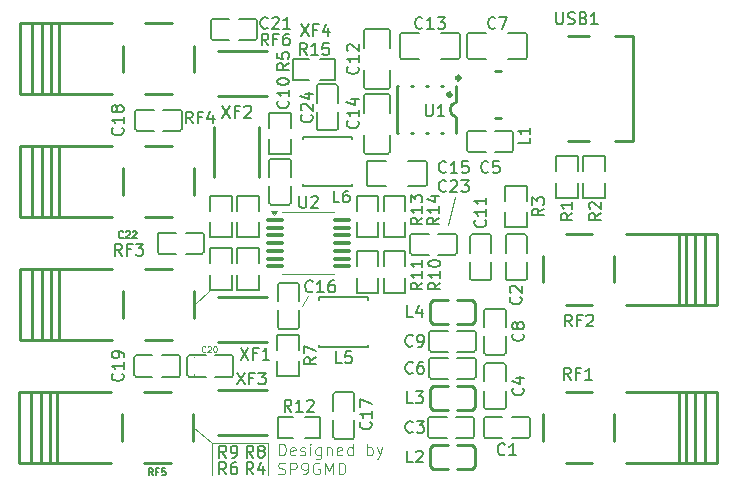
<source format=gto>
%TF.GenerationSoftware,KiCad,Pcbnew,8.0.2*%
%TF.CreationDate,2024-10-06T11:27:00+02:00*%
%TF.ProjectId,distribution_amp_for_singapore_dude,64697374-7269-4627-9574-696f6e5f616d,rev?*%
%TF.SameCoordinates,Original*%
%TF.FileFunction,Legend,Top*%
%TF.FilePolarity,Positive*%
%FSLAX46Y46*%
G04 Gerber Fmt 4.6, Leading zero omitted, Abs format (unit mm)*
G04 Created by KiCad (PCBNEW 8.0.2) date 2024-10-06 11:27:00*
%MOMM*%
%LPD*%
G01*
G04 APERTURE LIST*
G04 Aperture macros list*
%AMRoundRect*
0 Rectangle with rounded corners*
0 $1 Rounding radius*
0 $2 $3 $4 $5 $6 $7 $8 $9 X,Y pos of 4 corners*
0 Add a 4 corners polygon primitive as box body*
4,1,4,$2,$3,$4,$5,$6,$7,$8,$9,$2,$3,0*
0 Add four circle primitives for the rounded corners*
1,1,$1+$1,$2,$3*
1,1,$1+$1,$4,$5*
1,1,$1+$1,$6,$7*
1,1,$1+$1,$8,$9*
0 Add four rect primitives between the rounded corners*
20,1,$1+$1,$2,$3,$4,$5,0*
20,1,$1+$1,$4,$5,$6,$7,0*
20,1,$1+$1,$6,$7,$8,$9,0*
20,1,$1+$1,$8,$9,$2,$3,0*%
G04 Aperture macros list end*
%ADD10C,0.100000*%
%ADD11C,0.150000*%
%ADD12C,0.125000*%
%ADD13C,0.250000*%
%ADD14C,0.300000*%
%ADD15C,0.120000*%
%ADD16R,1.410000X1.350000*%
%ADD17R,1.350000X1.410000*%
%ADD18R,1.400000X0.760000*%
%ADD19R,1.490000X1.730000*%
%ADD20R,1.380000X1.130000*%
%ADD21R,1.130000X1.380000*%
%ADD22C,0.650000*%
%ADD23O,2.100000X1.000000*%
%ADD24O,1.800000X1.000000*%
%ADD25R,1.150000X0.600000*%
%ADD26R,1.150000X0.300000*%
%ADD27R,2.000000X4.500000*%
%ADD28R,1.730000X1.490000*%
%ADD29C,2.300000*%
%ADD30R,1.600000X3.500000*%
%ADD31O,0.630000X1.860000*%
%ADD32R,0.760000X1.400000*%
%ADD33RoundRect,0.100000X-0.637500X-0.100000X0.637500X-0.100000X0.637500X0.100000X-0.637500X0.100000X0*%
G04 APERTURE END LIST*
D10*
X114400000Y-118300000D02*
X114400000Y-121000000D01*
X109480000Y-105360000D02*
X108100000Y-106600000D01*
X108100000Y-111000000D02*
X108100000Y-112600000D01*
X109600000Y-118300000D02*
X109600000Y-121000000D01*
X109600000Y-118300000D02*
X108000000Y-117000000D01*
X117800000Y-105900000D02*
X117300000Y-106700000D01*
X109600000Y-118300000D02*
X114400000Y-118300000D01*
X130200000Y-97500000D02*
X129600000Y-99900000D01*
X115303884Y-119362475D02*
X115303884Y-118362475D01*
X115303884Y-118362475D02*
X115541979Y-118362475D01*
X115541979Y-118362475D02*
X115684836Y-118410094D01*
X115684836Y-118410094D02*
X115780074Y-118505332D01*
X115780074Y-118505332D02*
X115827693Y-118600570D01*
X115827693Y-118600570D02*
X115875312Y-118791046D01*
X115875312Y-118791046D02*
X115875312Y-118933903D01*
X115875312Y-118933903D02*
X115827693Y-119124379D01*
X115827693Y-119124379D02*
X115780074Y-119219617D01*
X115780074Y-119219617D02*
X115684836Y-119314856D01*
X115684836Y-119314856D02*
X115541979Y-119362475D01*
X115541979Y-119362475D02*
X115303884Y-119362475D01*
X116684836Y-119314856D02*
X116589598Y-119362475D01*
X116589598Y-119362475D02*
X116399122Y-119362475D01*
X116399122Y-119362475D02*
X116303884Y-119314856D01*
X116303884Y-119314856D02*
X116256265Y-119219617D01*
X116256265Y-119219617D02*
X116256265Y-118838665D01*
X116256265Y-118838665D02*
X116303884Y-118743427D01*
X116303884Y-118743427D02*
X116399122Y-118695808D01*
X116399122Y-118695808D02*
X116589598Y-118695808D01*
X116589598Y-118695808D02*
X116684836Y-118743427D01*
X116684836Y-118743427D02*
X116732455Y-118838665D01*
X116732455Y-118838665D02*
X116732455Y-118933903D01*
X116732455Y-118933903D02*
X116256265Y-119029141D01*
X117113408Y-119314856D02*
X117208646Y-119362475D01*
X117208646Y-119362475D02*
X117399122Y-119362475D01*
X117399122Y-119362475D02*
X117494360Y-119314856D01*
X117494360Y-119314856D02*
X117541979Y-119219617D01*
X117541979Y-119219617D02*
X117541979Y-119171998D01*
X117541979Y-119171998D02*
X117494360Y-119076760D01*
X117494360Y-119076760D02*
X117399122Y-119029141D01*
X117399122Y-119029141D02*
X117256265Y-119029141D01*
X117256265Y-119029141D02*
X117161027Y-118981522D01*
X117161027Y-118981522D02*
X117113408Y-118886284D01*
X117113408Y-118886284D02*
X117113408Y-118838665D01*
X117113408Y-118838665D02*
X117161027Y-118743427D01*
X117161027Y-118743427D02*
X117256265Y-118695808D01*
X117256265Y-118695808D02*
X117399122Y-118695808D01*
X117399122Y-118695808D02*
X117494360Y-118743427D01*
X117970551Y-119362475D02*
X117970551Y-118695808D01*
X117970551Y-118362475D02*
X117922932Y-118410094D01*
X117922932Y-118410094D02*
X117970551Y-118457713D01*
X117970551Y-118457713D02*
X118018170Y-118410094D01*
X118018170Y-118410094D02*
X117970551Y-118362475D01*
X117970551Y-118362475D02*
X117970551Y-118457713D01*
X118875312Y-118695808D02*
X118875312Y-119505332D01*
X118875312Y-119505332D02*
X118827693Y-119600570D01*
X118827693Y-119600570D02*
X118780074Y-119648189D01*
X118780074Y-119648189D02*
X118684836Y-119695808D01*
X118684836Y-119695808D02*
X118541979Y-119695808D01*
X118541979Y-119695808D02*
X118446741Y-119648189D01*
X118875312Y-119314856D02*
X118780074Y-119362475D01*
X118780074Y-119362475D02*
X118589598Y-119362475D01*
X118589598Y-119362475D02*
X118494360Y-119314856D01*
X118494360Y-119314856D02*
X118446741Y-119267236D01*
X118446741Y-119267236D02*
X118399122Y-119171998D01*
X118399122Y-119171998D02*
X118399122Y-118886284D01*
X118399122Y-118886284D02*
X118446741Y-118791046D01*
X118446741Y-118791046D02*
X118494360Y-118743427D01*
X118494360Y-118743427D02*
X118589598Y-118695808D01*
X118589598Y-118695808D02*
X118780074Y-118695808D01*
X118780074Y-118695808D02*
X118875312Y-118743427D01*
X119351503Y-118695808D02*
X119351503Y-119362475D01*
X119351503Y-118791046D02*
X119399122Y-118743427D01*
X119399122Y-118743427D02*
X119494360Y-118695808D01*
X119494360Y-118695808D02*
X119637217Y-118695808D01*
X119637217Y-118695808D02*
X119732455Y-118743427D01*
X119732455Y-118743427D02*
X119780074Y-118838665D01*
X119780074Y-118838665D02*
X119780074Y-119362475D01*
X120637217Y-119314856D02*
X120541979Y-119362475D01*
X120541979Y-119362475D02*
X120351503Y-119362475D01*
X120351503Y-119362475D02*
X120256265Y-119314856D01*
X120256265Y-119314856D02*
X120208646Y-119219617D01*
X120208646Y-119219617D02*
X120208646Y-118838665D01*
X120208646Y-118838665D02*
X120256265Y-118743427D01*
X120256265Y-118743427D02*
X120351503Y-118695808D01*
X120351503Y-118695808D02*
X120541979Y-118695808D01*
X120541979Y-118695808D02*
X120637217Y-118743427D01*
X120637217Y-118743427D02*
X120684836Y-118838665D01*
X120684836Y-118838665D02*
X120684836Y-118933903D01*
X120684836Y-118933903D02*
X120208646Y-119029141D01*
X121541979Y-119362475D02*
X121541979Y-118362475D01*
X121541979Y-119314856D02*
X121446741Y-119362475D01*
X121446741Y-119362475D02*
X121256265Y-119362475D01*
X121256265Y-119362475D02*
X121161027Y-119314856D01*
X121161027Y-119314856D02*
X121113408Y-119267236D01*
X121113408Y-119267236D02*
X121065789Y-119171998D01*
X121065789Y-119171998D02*
X121065789Y-118886284D01*
X121065789Y-118886284D02*
X121113408Y-118791046D01*
X121113408Y-118791046D02*
X121161027Y-118743427D01*
X121161027Y-118743427D02*
X121256265Y-118695808D01*
X121256265Y-118695808D02*
X121446741Y-118695808D01*
X121446741Y-118695808D02*
X121541979Y-118743427D01*
X122780075Y-119362475D02*
X122780075Y-118362475D01*
X122780075Y-118743427D02*
X122875313Y-118695808D01*
X122875313Y-118695808D02*
X123065789Y-118695808D01*
X123065789Y-118695808D02*
X123161027Y-118743427D01*
X123161027Y-118743427D02*
X123208646Y-118791046D01*
X123208646Y-118791046D02*
X123256265Y-118886284D01*
X123256265Y-118886284D02*
X123256265Y-119171998D01*
X123256265Y-119171998D02*
X123208646Y-119267236D01*
X123208646Y-119267236D02*
X123161027Y-119314856D01*
X123161027Y-119314856D02*
X123065789Y-119362475D01*
X123065789Y-119362475D02*
X122875313Y-119362475D01*
X122875313Y-119362475D02*
X122780075Y-119314856D01*
X123589599Y-118695808D02*
X123827694Y-119362475D01*
X124065789Y-118695808D02*
X123827694Y-119362475D01*
X123827694Y-119362475D02*
X123732456Y-119600570D01*
X123732456Y-119600570D02*
X123684837Y-119648189D01*
X123684837Y-119648189D02*
X123589599Y-119695808D01*
X115256265Y-120924800D02*
X115399122Y-120972419D01*
X115399122Y-120972419D02*
X115637217Y-120972419D01*
X115637217Y-120972419D02*
X115732455Y-120924800D01*
X115732455Y-120924800D02*
X115780074Y-120877180D01*
X115780074Y-120877180D02*
X115827693Y-120781942D01*
X115827693Y-120781942D02*
X115827693Y-120686704D01*
X115827693Y-120686704D02*
X115780074Y-120591466D01*
X115780074Y-120591466D02*
X115732455Y-120543847D01*
X115732455Y-120543847D02*
X115637217Y-120496228D01*
X115637217Y-120496228D02*
X115446741Y-120448609D01*
X115446741Y-120448609D02*
X115351503Y-120400990D01*
X115351503Y-120400990D02*
X115303884Y-120353371D01*
X115303884Y-120353371D02*
X115256265Y-120258133D01*
X115256265Y-120258133D02*
X115256265Y-120162895D01*
X115256265Y-120162895D02*
X115303884Y-120067657D01*
X115303884Y-120067657D02*
X115351503Y-120020038D01*
X115351503Y-120020038D02*
X115446741Y-119972419D01*
X115446741Y-119972419D02*
X115684836Y-119972419D01*
X115684836Y-119972419D02*
X115827693Y-120020038D01*
X116256265Y-120972419D02*
X116256265Y-119972419D01*
X116256265Y-119972419D02*
X116637217Y-119972419D01*
X116637217Y-119972419D02*
X116732455Y-120020038D01*
X116732455Y-120020038D02*
X116780074Y-120067657D01*
X116780074Y-120067657D02*
X116827693Y-120162895D01*
X116827693Y-120162895D02*
X116827693Y-120305752D01*
X116827693Y-120305752D02*
X116780074Y-120400990D01*
X116780074Y-120400990D02*
X116732455Y-120448609D01*
X116732455Y-120448609D02*
X116637217Y-120496228D01*
X116637217Y-120496228D02*
X116256265Y-120496228D01*
X117303884Y-120972419D02*
X117494360Y-120972419D01*
X117494360Y-120972419D02*
X117589598Y-120924800D01*
X117589598Y-120924800D02*
X117637217Y-120877180D01*
X117637217Y-120877180D02*
X117732455Y-120734323D01*
X117732455Y-120734323D02*
X117780074Y-120543847D01*
X117780074Y-120543847D02*
X117780074Y-120162895D01*
X117780074Y-120162895D02*
X117732455Y-120067657D01*
X117732455Y-120067657D02*
X117684836Y-120020038D01*
X117684836Y-120020038D02*
X117589598Y-119972419D01*
X117589598Y-119972419D02*
X117399122Y-119972419D01*
X117399122Y-119972419D02*
X117303884Y-120020038D01*
X117303884Y-120020038D02*
X117256265Y-120067657D01*
X117256265Y-120067657D02*
X117208646Y-120162895D01*
X117208646Y-120162895D02*
X117208646Y-120400990D01*
X117208646Y-120400990D02*
X117256265Y-120496228D01*
X117256265Y-120496228D02*
X117303884Y-120543847D01*
X117303884Y-120543847D02*
X117399122Y-120591466D01*
X117399122Y-120591466D02*
X117589598Y-120591466D01*
X117589598Y-120591466D02*
X117684836Y-120543847D01*
X117684836Y-120543847D02*
X117732455Y-120496228D01*
X117732455Y-120496228D02*
X117780074Y-120400990D01*
X118732455Y-120020038D02*
X118637217Y-119972419D01*
X118637217Y-119972419D02*
X118494360Y-119972419D01*
X118494360Y-119972419D02*
X118351503Y-120020038D01*
X118351503Y-120020038D02*
X118256265Y-120115276D01*
X118256265Y-120115276D02*
X118208646Y-120210514D01*
X118208646Y-120210514D02*
X118161027Y-120400990D01*
X118161027Y-120400990D02*
X118161027Y-120543847D01*
X118161027Y-120543847D02*
X118208646Y-120734323D01*
X118208646Y-120734323D02*
X118256265Y-120829561D01*
X118256265Y-120829561D02*
X118351503Y-120924800D01*
X118351503Y-120924800D02*
X118494360Y-120972419D01*
X118494360Y-120972419D02*
X118589598Y-120972419D01*
X118589598Y-120972419D02*
X118732455Y-120924800D01*
X118732455Y-120924800D02*
X118780074Y-120877180D01*
X118780074Y-120877180D02*
X118780074Y-120543847D01*
X118780074Y-120543847D02*
X118589598Y-120543847D01*
X119208646Y-120972419D02*
X119208646Y-119972419D01*
X119208646Y-119972419D02*
X119541979Y-120686704D01*
X119541979Y-120686704D02*
X119875312Y-119972419D01*
X119875312Y-119972419D02*
X119875312Y-120972419D01*
X120351503Y-120972419D02*
X120351503Y-119972419D01*
X120351503Y-119972419D02*
X120589598Y-119972419D01*
X120589598Y-119972419D02*
X120732455Y-120020038D01*
X120732455Y-120020038D02*
X120827693Y-120115276D01*
X120827693Y-120115276D02*
X120875312Y-120210514D01*
X120875312Y-120210514D02*
X120922931Y-120400990D01*
X120922931Y-120400990D02*
X120922931Y-120543847D01*
X120922931Y-120543847D02*
X120875312Y-120734323D01*
X120875312Y-120734323D02*
X120827693Y-120829561D01*
X120827693Y-120829561D02*
X120732455Y-120924800D01*
X120732455Y-120924800D02*
X120589598Y-120972419D01*
X120589598Y-120972419D02*
X120351503Y-120972419D01*
D11*
X114357142Y-83159580D02*
X114309523Y-83207200D01*
X114309523Y-83207200D02*
X114166666Y-83254819D01*
X114166666Y-83254819D02*
X114071428Y-83254819D01*
X114071428Y-83254819D02*
X113928571Y-83207200D01*
X113928571Y-83207200D02*
X113833333Y-83111961D01*
X113833333Y-83111961D02*
X113785714Y-83016723D01*
X113785714Y-83016723D02*
X113738095Y-82826247D01*
X113738095Y-82826247D02*
X113738095Y-82683390D01*
X113738095Y-82683390D02*
X113785714Y-82492914D01*
X113785714Y-82492914D02*
X113833333Y-82397676D01*
X113833333Y-82397676D02*
X113928571Y-82302438D01*
X113928571Y-82302438D02*
X114071428Y-82254819D01*
X114071428Y-82254819D02*
X114166666Y-82254819D01*
X114166666Y-82254819D02*
X114309523Y-82302438D01*
X114309523Y-82302438D02*
X114357142Y-82350057D01*
X114738095Y-82350057D02*
X114785714Y-82302438D01*
X114785714Y-82302438D02*
X114880952Y-82254819D01*
X114880952Y-82254819D02*
X115119047Y-82254819D01*
X115119047Y-82254819D02*
X115214285Y-82302438D01*
X115214285Y-82302438D02*
X115261904Y-82350057D01*
X115261904Y-82350057D02*
X115309523Y-82445295D01*
X115309523Y-82445295D02*
X115309523Y-82540533D01*
X115309523Y-82540533D02*
X115261904Y-82683390D01*
X115261904Y-82683390D02*
X114690476Y-83254819D01*
X114690476Y-83254819D02*
X115309523Y-83254819D01*
X116261904Y-83254819D02*
X115690476Y-83254819D01*
X115976190Y-83254819D02*
X115976190Y-82254819D01*
X115976190Y-82254819D02*
X115880952Y-82397676D01*
X115880952Y-82397676D02*
X115785714Y-82492914D01*
X115785714Y-82492914D02*
X115690476Y-82540533D01*
D12*
X109078571Y-110577190D02*
X109054762Y-110601000D01*
X109054762Y-110601000D02*
X108983333Y-110624809D01*
X108983333Y-110624809D02*
X108935714Y-110624809D01*
X108935714Y-110624809D02*
X108864286Y-110601000D01*
X108864286Y-110601000D02*
X108816667Y-110553380D01*
X108816667Y-110553380D02*
X108792857Y-110505761D01*
X108792857Y-110505761D02*
X108769048Y-110410523D01*
X108769048Y-110410523D02*
X108769048Y-110339095D01*
X108769048Y-110339095D02*
X108792857Y-110243857D01*
X108792857Y-110243857D02*
X108816667Y-110196238D01*
X108816667Y-110196238D02*
X108864286Y-110148619D01*
X108864286Y-110148619D02*
X108935714Y-110124809D01*
X108935714Y-110124809D02*
X108983333Y-110124809D01*
X108983333Y-110124809D02*
X109054762Y-110148619D01*
X109054762Y-110148619D02*
X109078571Y-110172428D01*
X109269048Y-110172428D02*
X109292857Y-110148619D01*
X109292857Y-110148619D02*
X109340476Y-110124809D01*
X109340476Y-110124809D02*
X109459524Y-110124809D01*
X109459524Y-110124809D02*
X109507143Y-110148619D01*
X109507143Y-110148619D02*
X109530952Y-110172428D01*
X109530952Y-110172428D02*
X109554762Y-110220047D01*
X109554762Y-110220047D02*
X109554762Y-110267666D01*
X109554762Y-110267666D02*
X109530952Y-110339095D01*
X109530952Y-110339095D02*
X109245238Y-110624809D01*
X109245238Y-110624809D02*
X109554762Y-110624809D01*
X109864285Y-110124809D02*
X109911904Y-110124809D01*
X109911904Y-110124809D02*
X109959523Y-110148619D01*
X109959523Y-110148619D02*
X109983333Y-110172428D01*
X109983333Y-110172428D02*
X110007142Y-110220047D01*
X110007142Y-110220047D02*
X110030952Y-110315285D01*
X110030952Y-110315285D02*
X110030952Y-110434333D01*
X110030952Y-110434333D02*
X110007142Y-110529571D01*
X110007142Y-110529571D02*
X109983333Y-110577190D01*
X109983333Y-110577190D02*
X109959523Y-110601000D01*
X109959523Y-110601000D02*
X109911904Y-110624809D01*
X109911904Y-110624809D02*
X109864285Y-110624809D01*
X109864285Y-110624809D02*
X109816666Y-110601000D01*
X109816666Y-110601000D02*
X109792857Y-110577190D01*
X109792857Y-110577190D02*
X109769047Y-110529571D01*
X109769047Y-110529571D02*
X109745238Y-110434333D01*
X109745238Y-110434333D02*
X109745238Y-110315285D01*
X109745238Y-110315285D02*
X109769047Y-110220047D01*
X109769047Y-110220047D02*
X109792857Y-110172428D01*
X109792857Y-110172428D02*
X109816666Y-110148619D01*
X109816666Y-110148619D02*
X109864285Y-110124809D01*
D11*
X102059580Y-112442857D02*
X102107200Y-112490476D01*
X102107200Y-112490476D02*
X102154819Y-112633333D01*
X102154819Y-112633333D02*
X102154819Y-112728571D01*
X102154819Y-112728571D02*
X102107200Y-112871428D01*
X102107200Y-112871428D02*
X102011961Y-112966666D01*
X102011961Y-112966666D02*
X101916723Y-113014285D01*
X101916723Y-113014285D02*
X101726247Y-113061904D01*
X101726247Y-113061904D02*
X101583390Y-113061904D01*
X101583390Y-113061904D02*
X101392914Y-113014285D01*
X101392914Y-113014285D02*
X101297676Y-112966666D01*
X101297676Y-112966666D02*
X101202438Y-112871428D01*
X101202438Y-112871428D02*
X101154819Y-112728571D01*
X101154819Y-112728571D02*
X101154819Y-112633333D01*
X101154819Y-112633333D02*
X101202438Y-112490476D01*
X101202438Y-112490476D02*
X101250057Y-112442857D01*
X102154819Y-111490476D02*
X102154819Y-112061904D01*
X102154819Y-111776190D02*
X101154819Y-111776190D01*
X101154819Y-111776190D02*
X101297676Y-111871428D01*
X101297676Y-111871428D02*
X101392914Y-111966666D01*
X101392914Y-111966666D02*
X101440533Y-112061904D01*
X102154819Y-111014285D02*
X102154819Y-110823809D01*
X102154819Y-110823809D02*
X102107200Y-110728571D01*
X102107200Y-110728571D02*
X102059580Y-110680952D01*
X102059580Y-110680952D02*
X101916723Y-110585714D01*
X101916723Y-110585714D02*
X101726247Y-110538095D01*
X101726247Y-110538095D02*
X101345295Y-110538095D01*
X101345295Y-110538095D02*
X101250057Y-110585714D01*
X101250057Y-110585714D02*
X101202438Y-110633333D01*
X101202438Y-110633333D02*
X101154819Y-110728571D01*
X101154819Y-110728571D02*
X101154819Y-110919047D01*
X101154819Y-110919047D02*
X101202438Y-111014285D01*
X101202438Y-111014285D02*
X101250057Y-111061904D01*
X101250057Y-111061904D02*
X101345295Y-111109523D01*
X101345295Y-111109523D02*
X101583390Y-111109523D01*
X101583390Y-111109523D02*
X101678628Y-111061904D01*
X101678628Y-111061904D02*
X101726247Y-111014285D01*
X101726247Y-111014285D02*
X101773866Y-110919047D01*
X101773866Y-110919047D02*
X101773866Y-110728571D01*
X101773866Y-110728571D02*
X101726247Y-110633333D01*
X101726247Y-110633333D02*
X101678628Y-110585714D01*
X101678628Y-110585714D02*
X101583390Y-110538095D01*
X102059580Y-91642857D02*
X102107200Y-91690476D01*
X102107200Y-91690476D02*
X102154819Y-91833333D01*
X102154819Y-91833333D02*
X102154819Y-91928571D01*
X102154819Y-91928571D02*
X102107200Y-92071428D01*
X102107200Y-92071428D02*
X102011961Y-92166666D01*
X102011961Y-92166666D02*
X101916723Y-92214285D01*
X101916723Y-92214285D02*
X101726247Y-92261904D01*
X101726247Y-92261904D02*
X101583390Y-92261904D01*
X101583390Y-92261904D02*
X101392914Y-92214285D01*
X101392914Y-92214285D02*
X101297676Y-92166666D01*
X101297676Y-92166666D02*
X101202438Y-92071428D01*
X101202438Y-92071428D02*
X101154819Y-91928571D01*
X101154819Y-91928571D02*
X101154819Y-91833333D01*
X101154819Y-91833333D02*
X101202438Y-91690476D01*
X101202438Y-91690476D02*
X101250057Y-91642857D01*
X102154819Y-90690476D02*
X102154819Y-91261904D01*
X102154819Y-90976190D02*
X101154819Y-90976190D01*
X101154819Y-90976190D02*
X101297676Y-91071428D01*
X101297676Y-91071428D02*
X101392914Y-91166666D01*
X101392914Y-91166666D02*
X101440533Y-91261904D01*
X101583390Y-90119047D02*
X101535771Y-90214285D01*
X101535771Y-90214285D02*
X101488152Y-90261904D01*
X101488152Y-90261904D02*
X101392914Y-90309523D01*
X101392914Y-90309523D02*
X101345295Y-90309523D01*
X101345295Y-90309523D02*
X101250057Y-90261904D01*
X101250057Y-90261904D02*
X101202438Y-90214285D01*
X101202438Y-90214285D02*
X101154819Y-90119047D01*
X101154819Y-90119047D02*
X101154819Y-89928571D01*
X101154819Y-89928571D02*
X101202438Y-89833333D01*
X101202438Y-89833333D02*
X101250057Y-89785714D01*
X101250057Y-89785714D02*
X101345295Y-89738095D01*
X101345295Y-89738095D02*
X101392914Y-89738095D01*
X101392914Y-89738095D02*
X101488152Y-89785714D01*
X101488152Y-89785714D02*
X101535771Y-89833333D01*
X101535771Y-89833333D02*
X101583390Y-89928571D01*
X101583390Y-89928571D02*
X101583390Y-90119047D01*
X101583390Y-90119047D02*
X101631009Y-90214285D01*
X101631009Y-90214285D02*
X101678628Y-90261904D01*
X101678628Y-90261904D02*
X101773866Y-90309523D01*
X101773866Y-90309523D02*
X101964342Y-90309523D01*
X101964342Y-90309523D02*
X102059580Y-90261904D01*
X102059580Y-90261904D02*
X102107200Y-90214285D01*
X102107200Y-90214285D02*
X102154819Y-90119047D01*
X102154819Y-90119047D02*
X102154819Y-89928571D01*
X102154819Y-89928571D02*
X102107200Y-89833333D01*
X102107200Y-89833333D02*
X102059580Y-89785714D01*
X102059580Y-89785714D02*
X101964342Y-89738095D01*
X101964342Y-89738095D02*
X101773866Y-89738095D01*
X101773866Y-89738095D02*
X101678628Y-89785714D01*
X101678628Y-89785714D02*
X101631009Y-89833333D01*
X101631009Y-89833333D02*
X101583390Y-89928571D01*
X135959580Y-109066666D02*
X136007200Y-109114285D01*
X136007200Y-109114285D02*
X136054819Y-109257142D01*
X136054819Y-109257142D02*
X136054819Y-109352380D01*
X136054819Y-109352380D02*
X136007200Y-109495237D01*
X136007200Y-109495237D02*
X135911961Y-109590475D01*
X135911961Y-109590475D02*
X135816723Y-109638094D01*
X135816723Y-109638094D02*
X135626247Y-109685713D01*
X135626247Y-109685713D02*
X135483390Y-109685713D01*
X135483390Y-109685713D02*
X135292914Y-109638094D01*
X135292914Y-109638094D02*
X135197676Y-109590475D01*
X135197676Y-109590475D02*
X135102438Y-109495237D01*
X135102438Y-109495237D02*
X135054819Y-109352380D01*
X135054819Y-109352380D02*
X135054819Y-109257142D01*
X135054819Y-109257142D02*
X135102438Y-109114285D01*
X135102438Y-109114285D02*
X135150057Y-109066666D01*
X135483390Y-108495237D02*
X135435771Y-108590475D01*
X135435771Y-108590475D02*
X135388152Y-108638094D01*
X135388152Y-108638094D02*
X135292914Y-108685713D01*
X135292914Y-108685713D02*
X135245295Y-108685713D01*
X135245295Y-108685713D02*
X135150057Y-108638094D01*
X135150057Y-108638094D02*
X135102438Y-108590475D01*
X135102438Y-108590475D02*
X135054819Y-108495237D01*
X135054819Y-108495237D02*
X135054819Y-108304761D01*
X135054819Y-108304761D02*
X135102438Y-108209523D01*
X135102438Y-108209523D02*
X135150057Y-108161904D01*
X135150057Y-108161904D02*
X135245295Y-108114285D01*
X135245295Y-108114285D02*
X135292914Y-108114285D01*
X135292914Y-108114285D02*
X135388152Y-108161904D01*
X135388152Y-108161904D02*
X135435771Y-108209523D01*
X135435771Y-108209523D02*
X135483390Y-108304761D01*
X135483390Y-108304761D02*
X135483390Y-108495237D01*
X135483390Y-108495237D02*
X135531009Y-108590475D01*
X135531009Y-108590475D02*
X135578628Y-108638094D01*
X135578628Y-108638094D02*
X135673866Y-108685713D01*
X135673866Y-108685713D02*
X135864342Y-108685713D01*
X135864342Y-108685713D02*
X135959580Y-108638094D01*
X135959580Y-108638094D02*
X136007200Y-108590475D01*
X136007200Y-108590475D02*
X136054819Y-108495237D01*
X136054819Y-108495237D02*
X136054819Y-108304761D01*
X136054819Y-108304761D02*
X136007200Y-108209523D01*
X136007200Y-108209523D02*
X135959580Y-108161904D01*
X135959580Y-108161904D02*
X135864342Y-108114285D01*
X135864342Y-108114285D02*
X135673866Y-108114285D01*
X135673866Y-108114285D02*
X135578628Y-108161904D01*
X135578628Y-108161904D02*
X135531009Y-108209523D01*
X135531009Y-108209523D02*
X135483390Y-108304761D01*
X112061905Y-110254819D02*
X112728571Y-111254819D01*
X112728571Y-110254819D02*
X112061905Y-111254819D01*
X113442857Y-110731009D02*
X113109524Y-110731009D01*
X113109524Y-111254819D02*
X113109524Y-110254819D01*
X113109524Y-110254819D02*
X113585714Y-110254819D01*
X114490476Y-111254819D02*
X113919048Y-111254819D01*
X114204762Y-111254819D02*
X114204762Y-110254819D01*
X114204762Y-110254819D02*
X114109524Y-110397676D01*
X114109524Y-110397676D02*
X114014286Y-110492914D01*
X114014286Y-110492914D02*
X113919048Y-110540533D01*
X133633333Y-83159580D02*
X133585714Y-83207200D01*
X133585714Y-83207200D02*
X133442857Y-83254819D01*
X133442857Y-83254819D02*
X133347619Y-83254819D01*
X133347619Y-83254819D02*
X133204762Y-83207200D01*
X133204762Y-83207200D02*
X133109524Y-83111961D01*
X133109524Y-83111961D02*
X133061905Y-83016723D01*
X133061905Y-83016723D02*
X133014286Y-82826247D01*
X133014286Y-82826247D02*
X133014286Y-82683390D01*
X133014286Y-82683390D02*
X133061905Y-82492914D01*
X133061905Y-82492914D02*
X133109524Y-82397676D01*
X133109524Y-82397676D02*
X133204762Y-82302438D01*
X133204762Y-82302438D02*
X133347619Y-82254819D01*
X133347619Y-82254819D02*
X133442857Y-82254819D01*
X133442857Y-82254819D02*
X133585714Y-82302438D01*
X133585714Y-82302438D02*
X133633333Y-82350057D01*
X133966667Y-82254819D02*
X134633333Y-82254819D01*
X134633333Y-82254819D02*
X134204762Y-83254819D01*
X110833333Y-119554819D02*
X110500000Y-119078628D01*
X110261905Y-119554819D02*
X110261905Y-118554819D01*
X110261905Y-118554819D02*
X110642857Y-118554819D01*
X110642857Y-118554819D02*
X110738095Y-118602438D01*
X110738095Y-118602438D02*
X110785714Y-118650057D01*
X110785714Y-118650057D02*
X110833333Y-118745295D01*
X110833333Y-118745295D02*
X110833333Y-118888152D01*
X110833333Y-118888152D02*
X110785714Y-118983390D01*
X110785714Y-118983390D02*
X110738095Y-119031009D01*
X110738095Y-119031009D02*
X110642857Y-119078628D01*
X110642857Y-119078628D02*
X110261905Y-119078628D01*
X111309524Y-119554819D02*
X111500000Y-119554819D01*
X111500000Y-119554819D02*
X111595238Y-119507200D01*
X111595238Y-119507200D02*
X111642857Y-119459580D01*
X111642857Y-119459580D02*
X111738095Y-119316723D01*
X111738095Y-119316723D02*
X111785714Y-119126247D01*
X111785714Y-119126247D02*
X111785714Y-118745295D01*
X111785714Y-118745295D02*
X111738095Y-118650057D01*
X111738095Y-118650057D02*
X111690476Y-118602438D01*
X111690476Y-118602438D02*
X111595238Y-118554819D01*
X111595238Y-118554819D02*
X111404762Y-118554819D01*
X111404762Y-118554819D02*
X111309524Y-118602438D01*
X111309524Y-118602438D02*
X111261905Y-118650057D01*
X111261905Y-118650057D02*
X111214286Y-118745295D01*
X111214286Y-118745295D02*
X111214286Y-118983390D01*
X111214286Y-118983390D02*
X111261905Y-119078628D01*
X111261905Y-119078628D02*
X111309524Y-119126247D01*
X111309524Y-119126247D02*
X111404762Y-119173866D01*
X111404762Y-119173866D02*
X111595238Y-119173866D01*
X111595238Y-119173866D02*
X111690476Y-119126247D01*
X111690476Y-119126247D02*
X111738095Y-119078628D01*
X111738095Y-119078628D02*
X111785714Y-118983390D01*
X111761905Y-112354819D02*
X112428571Y-113354819D01*
X112428571Y-112354819D02*
X111761905Y-113354819D01*
X113142857Y-112831009D02*
X112809524Y-112831009D01*
X112809524Y-113354819D02*
X112809524Y-112354819D01*
X112809524Y-112354819D02*
X113285714Y-112354819D01*
X113571429Y-112354819D02*
X114190476Y-112354819D01*
X114190476Y-112354819D02*
X113857143Y-112735771D01*
X113857143Y-112735771D02*
X114000000Y-112735771D01*
X114000000Y-112735771D02*
X114095238Y-112783390D01*
X114095238Y-112783390D02*
X114142857Y-112831009D01*
X114142857Y-112831009D02*
X114190476Y-112926247D01*
X114190476Y-112926247D02*
X114190476Y-113164342D01*
X114190476Y-113164342D02*
X114142857Y-113259580D01*
X114142857Y-113259580D02*
X114095238Y-113307200D01*
X114095238Y-113307200D02*
X114000000Y-113354819D01*
X114000000Y-113354819D02*
X113714286Y-113354819D01*
X113714286Y-113354819D02*
X113619048Y-113307200D01*
X113619048Y-113307200D02*
X113571429Y-113259580D01*
X126633333Y-114954819D02*
X126157143Y-114954819D01*
X126157143Y-114954819D02*
X126157143Y-113954819D01*
X126871429Y-113954819D02*
X127490476Y-113954819D01*
X127490476Y-113954819D02*
X127157143Y-114335771D01*
X127157143Y-114335771D02*
X127300000Y-114335771D01*
X127300000Y-114335771D02*
X127395238Y-114383390D01*
X127395238Y-114383390D02*
X127442857Y-114431009D01*
X127442857Y-114431009D02*
X127490476Y-114526247D01*
X127490476Y-114526247D02*
X127490476Y-114764342D01*
X127490476Y-114764342D02*
X127442857Y-114859580D01*
X127442857Y-114859580D02*
X127395238Y-114907200D01*
X127395238Y-114907200D02*
X127300000Y-114954819D01*
X127300000Y-114954819D02*
X127014286Y-114954819D01*
X127014286Y-114954819D02*
X126919048Y-114907200D01*
X126919048Y-114907200D02*
X126871429Y-114859580D01*
X140154819Y-98866666D02*
X139678628Y-99199999D01*
X140154819Y-99438094D02*
X139154819Y-99438094D01*
X139154819Y-99438094D02*
X139154819Y-99057142D01*
X139154819Y-99057142D02*
X139202438Y-98961904D01*
X139202438Y-98961904D02*
X139250057Y-98914285D01*
X139250057Y-98914285D02*
X139345295Y-98866666D01*
X139345295Y-98866666D02*
X139488152Y-98866666D01*
X139488152Y-98866666D02*
X139583390Y-98914285D01*
X139583390Y-98914285D02*
X139631009Y-98961904D01*
X139631009Y-98961904D02*
X139678628Y-99057142D01*
X139678628Y-99057142D02*
X139678628Y-99438094D01*
X140154819Y-97914285D02*
X140154819Y-98485713D01*
X140154819Y-98199999D02*
X139154819Y-98199999D01*
X139154819Y-98199999D02*
X139297676Y-98295237D01*
X139297676Y-98295237D02*
X139392914Y-98390475D01*
X139392914Y-98390475D02*
X139440533Y-98485713D01*
X126633333Y-112359580D02*
X126585714Y-112407200D01*
X126585714Y-112407200D02*
X126442857Y-112454819D01*
X126442857Y-112454819D02*
X126347619Y-112454819D01*
X126347619Y-112454819D02*
X126204762Y-112407200D01*
X126204762Y-112407200D02*
X126109524Y-112311961D01*
X126109524Y-112311961D02*
X126061905Y-112216723D01*
X126061905Y-112216723D02*
X126014286Y-112026247D01*
X126014286Y-112026247D02*
X126014286Y-111883390D01*
X126014286Y-111883390D02*
X126061905Y-111692914D01*
X126061905Y-111692914D02*
X126109524Y-111597676D01*
X126109524Y-111597676D02*
X126204762Y-111502438D01*
X126204762Y-111502438D02*
X126347619Y-111454819D01*
X126347619Y-111454819D02*
X126442857Y-111454819D01*
X126442857Y-111454819D02*
X126585714Y-111502438D01*
X126585714Y-111502438D02*
X126633333Y-111550057D01*
X127490476Y-111454819D02*
X127300000Y-111454819D01*
X127300000Y-111454819D02*
X127204762Y-111502438D01*
X127204762Y-111502438D02*
X127157143Y-111550057D01*
X127157143Y-111550057D02*
X127061905Y-111692914D01*
X127061905Y-111692914D02*
X127014286Y-111883390D01*
X127014286Y-111883390D02*
X127014286Y-112264342D01*
X127014286Y-112264342D02*
X127061905Y-112359580D01*
X127061905Y-112359580D02*
X127109524Y-112407200D01*
X127109524Y-112407200D02*
X127204762Y-112454819D01*
X127204762Y-112454819D02*
X127395238Y-112454819D01*
X127395238Y-112454819D02*
X127490476Y-112407200D01*
X127490476Y-112407200D02*
X127538095Y-112359580D01*
X127538095Y-112359580D02*
X127585714Y-112264342D01*
X127585714Y-112264342D02*
X127585714Y-112026247D01*
X127585714Y-112026247D02*
X127538095Y-111931009D01*
X127538095Y-111931009D02*
X127490476Y-111883390D01*
X127490476Y-111883390D02*
X127395238Y-111835771D01*
X127395238Y-111835771D02*
X127204762Y-111835771D01*
X127204762Y-111835771D02*
X127109524Y-111883390D01*
X127109524Y-111883390D02*
X127061905Y-111931009D01*
X127061905Y-111931009D02*
X127014286Y-112026247D01*
X128954819Y-104742857D02*
X128478628Y-105076190D01*
X128954819Y-105314285D02*
X127954819Y-105314285D01*
X127954819Y-105314285D02*
X127954819Y-104933333D01*
X127954819Y-104933333D02*
X128002438Y-104838095D01*
X128002438Y-104838095D02*
X128050057Y-104790476D01*
X128050057Y-104790476D02*
X128145295Y-104742857D01*
X128145295Y-104742857D02*
X128288152Y-104742857D01*
X128288152Y-104742857D02*
X128383390Y-104790476D01*
X128383390Y-104790476D02*
X128431009Y-104838095D01*
X128431009Y-104838095D02*
X128478628Y-104933333D01*
X128478628Y-104933333D02*
X128478628Y-105314285D01*
X128954819Y-103790476D02*
X128954819Y-104361904D01*
X128954819Y-104076190D02*
X127954819Y-104076190D01*
X127954819Y-104076190D02*
X128097676Y-104171428D01*
X128097676Y-104171428D02*
X128192914Y-104266666D01*
X128192914Y-104266666D02*
X128240533Y-104361904D01*
X127954819Y-103171428D02*
X127954819Y-103076190D01*
X127954819Y-103076190D02*
X128002438Y-102980952D01*
X128002438Y-102980952D02*
X128050057Y-102933333D01*
X128050057Y-102933333D02*
X128145295Y-102885714D01*
X128145295Y-102885714D02*
X128335771Y-102838095D01*
X128335771Y-102838095D02*
X128573866Y-102838095D01*
X128573866Y-102838095D02*
X128764342Y-102885714D01*
X128764342Y-102885714D02*
X128859580Y-102933333D01*
X128859580Y-102933333D02*
X128907200Y-102980952D01*
X128907200Y-102980952D02*
X128954819Y-103076190D01*
X128954819Y-103076190D02*
X128954819Y-103171428D01*
X128954819Y-103171428D02*
X128907200Y-103266666D01*
X128907200Y-103266666D02*
X128859580Y-103314285D01*
X128859580Y-103314285D02*
X128764342Y-103361904D01*
X128764342Y-103361904D02*
X128573866Y-103409523D01*
X128573866Y-103409523D02*
X128335771Y-103409523D01*
X128335771Y-103409523D02*
X128145295Y-103361904D01*
X128145295Y-103361904D02*
X128050057Y-103314285D01*
X128050057Y-103314285D02*
X128002438Y-103266666D01*
X128002438Y-103266666D02*
X127954819Y-103171428D01*
X138761905Y-81854819D02*
X138761905Y-82664342D01*
X138761905Y-82664342D02*
X138809524Y-82759580D01*
X138809524Y-82759580D02*
X138857143Y-82807200D01*
X138857143Y-82807200D02*
X138952381Y-82854819D01*
X138952381Y-82854819D02*
X139142857Y-82854819D01*
X139142857Y-82854819D02*
X139238095Y-82807200D01*
X139238095Y-82807200D02*
X139285714Y-82759580D01*
X139285714Y-82759580D02*
X139333333Y-82664342D01*
X139333333Y-82664342D02*
X139333333Y-81854819D01*
X139761905Y-82807200D02*
X139904762Y-82854819D01*
X139904762Y-82854819D02*
X140142857Y-82854819D01*
X140142857Y-82854819D02*
X140238095Y-82807200D01*
X140238095Y-82807200D02*
X140285714Y-82759580D01*
X140285714Y-82759580D02*
X140333333Y-82664342D01*
X140333333Y-82664342D02*
X140333333Y-82569104D01*
X140333333Y-82569104D02*
X140285714Y-82473866D01*
X140285714Y-82473866D02*
X140238095Y-82426247D01*
X140238095Y-82426247D02*
X140142857Y-82378628D01*
X140142857Y-82378628D02*
X139952381Y-82331009D01*
X139952381Y-82331009D02*
X139857143Y-82283390D01*
X139857143Y-82283390D02*
X139809524Y-82235771D01*
X139809524Y-82235771D02*
X139761905Y-82140533D01*
X139761905Y-82140533D02*
X139761905Y-82045295D01*
X139761905Y-82045295D02*
X139809524Y-81950057D01*
X139809524Y-81950057D02*
X139857143Y-81902438D01*
X139857143Y-81902438D02*
X139952381Y-81854819D01*
X139952381Y-81854819D02*
X140190476Y-81854819D01*
X140190476Y-81854819D02*
X140333333Y-81902438D01*
X141095238Y-82331009D02*
X141238095Y-82378628D01*
X141238095Y-82378628D02*
X141285714Y-82426247D01*
X141285714Y-82426247D02*
X141333333Y-82521485D01*
X141333333Y-82521485D02*
X141333333Y-82664342D01*
X141333333Y-82664342D02*
X141285714Y-82759580D01*
X141285714Y-82759580D02*
X141238095Y-82807200D01*
X141238095Y-82807200D02*
X141142857Y-82854819D01*
X141142857Y-82854819D02*
X140761905Y-82854819D01*
X140761905Y-82854819D02*
X140761905Y-81854819D01*
X140761905Y-81854819D02*
X141095238Y-81854819D01*
X141095238Y-81854819D02*
X141190476Y-81902438D01*
X141190476Y-81902438D02*
X141238095Y-81950057D01*
X141238095Y-81950057D02*
X141285714Y-82045295D01*
X141285714Y-82045295D02*
X141285714Y-82140533D01*
X141285714Y-82140533D02*
X141238095Y-82235771D01*
X141238095Y-82235771D02*
X141190476Y-82283390D01*
X141190476Y-82283390D02*
X141095238Y-82331009D01*
X141095238Y-82331009D02*
X140761905Y-82331009D01*
X142285714Y-82854819D02*
X141714286Y-82854819D01*
X142000000Y-82854819D02*
X142000000Y-81854819D01*
X142000000Y-81854819D02*
X141904762Y-81997676D01*
X141904762Y-81997676D02*
X141809524Y-82092914D01*
X141809524Y-82092914D02*
X141714286Y-82140533D01*
X136554819Y-92466666D02*
X136554819Y-92942856D01*
X136554819Y-92942856D02*
X135554819Y-92942856D01*
X136554819Y-91609523D02*
X136554819Y-92180951D01*
X136554819Y-91895237D02*
X135554819Y-91895237D01*
X135554819Y-91895237D02*
X135697676Y-91990475D01*
X135697676Y-91990475D02*
X135792914Y-92085713D01*
X135792914Y-92085713D02*
X135840533Y-92180951D01*
X129457142Y-96959580D02*
X129409523Y-97007200D01*
X129409523Y-97007200D02*
X129266666Y-97054819D01*
X129266666Y-97054819D02*
X129171428Y-97054819D01*
X129171428Y-97054819D02*
X129028571Y-97007200D01*
X129028571Y-97007200D02*
X128933333Y-96911961D01*
X128933333Y-96911961D02*
X128885714Y-96816723D01*
X128885714Y-96816723D02*
X128838095Y-96626247D01*
X128838095Y-96626247D02*
X128838095Y-96483390D01*
X128838095Y-96483390D02*
X128885714Y-96292914D01*
X128885714Y-96292914D02*
X128933333Y-96197676D01*
X128933333Y-96197676D02*
X129028571Y-96102438D01*
X129028571Y-96102438D02*
X129171428Y-96054819D01*
X129171428Y-96054819D02*
X129266666Y-96054819D01*
X129266666Y-96054819D02*
X129409523Y-96102438D01*
X129409523Y-96102438D02*
X129457142Y-96150057D01*
X129838095Y-96150057D02*
X129885714Y-96102438D01*
X129885714Y-96102438D02*
X129980952Y-96054819D01*
X129980952Y-96054819D02*
X130219047Y-96054819D01*
X130219047Y-96054819D02*
X130314285Y-96102438D01*
X130314285Y-96102438D02*
X130361904Y-96150057D01*
X130361904Y-96150057D02*
X130409523Y-96245295D01*
X130409523Y-96245295D02*
X130409523Y-96340533D01*
X130409523Y-96340533D02*
X130361904Y-96483390D01*
X130361904Y-96483390D02*
X129790476Y-97054819D01*
X129790476Y-97054819D02*
X130409523Y-97054819D01*
X130742857Y-96054819D02*
X131361904Y-96054819D01*
X131361904Y-96054819D02*
X131028571Y-96435771D01*
X131028571Y-96435771D02*
X131171428Y-96435771D01*
X131171428Y-96435771D02*
X131266666Y-96483390D01*
X131266666Y-96483390D02*
X131314285Y-96531009D01*
X131314285Y-96531009D02*
X131361904Y-96626247D01*
X131361904Y-96626247D02*
X131361904Y-96864342D01*
X131361904Y-96864342D02*
X131314285Y-96959580D01*
X131314285Y-96959580D02*
X131266666Y-97007200D01*
X131266666Y-97007200D02*
X131171428Y-97054819D01*
X131171428Y-97054819D02*
X130885714Y-97054819D01*
X130885714Y-97054819D02*
X130790476Y-97007200D01*
X130790476Y-97007200D02*
X130742857Y-96959580D01*
X118157142Y-105459580D02*
X118109523Y-105507200D01*
X118109523Y-105507200D02*
X117966666Y-105554819D01*
X117966666Y-105554819D02*
X117871428Y-105554819D01*
X117871428Y-105554819D02*
X117728571Y-105507200D01*
X117728571Y-105507200D02*
X117633333Y-105411961D01*
X117633333Y-105411961D02*
X117585714Y-105316723D01*
X117585714Y-105316723D02*
X117538095Y-105126247D01*
X117538095Y-105126247D02*
X117538095Y-104983390D01*
X117538095Y-104983390D02*
X117585714Y-104792914D01*
X117585714Y-104792914D02*
X117633333Y-104697676D01*
X117633333Y-104697676D02*
X117728571Y-104602438D01*
X117728571Y-104602438D02*
X117871428Y-104554819D01*
X117871428Y-104554819D02*
X117966666Y-104554819D01*
X117966666Y-104554819D02*
X118109523Y-104602438D01*
X118109523Y-104602438D02*
X118157142Y-104650057D01*
X119109523Y-105554819D02*
X118538095Y-105554819D01*
X118823809Y-105554819D02*
X118823809Y-104554819D01*
X118823809Y-104554819D02*
X118728571Y-104697676D01*
X118728571Y-104697676D02*
X118633333Y-104792914D01*
X118633333Y-104792914D02*
X118538095Y-104840533D01*
X119966666Y-104554819D02*
X119776190Y-104554819D01*
X119776190Y-104554819D02*
X119680952Y-104602438D01*
X119680952Y-104602438D02*
X119633333Y-104650057D01*
X119633333Y-104650057D02*
X119538095Y-104792914D01*
X119538095Y-104792914D02*
X119490476Y-104983390D01*
X119490476Y-104983390D02*
X119490476Y-105364342D01*
X119490476Y-105364342D02*
X119538095Y-105459580D01*
X119538095Y-105459580D02*
X119585714Y-105507200D01*
X119585714Y-105507200D02*
X119680952Y-105554819D01*
X119680952Y-105554819D02*
X119871428Y-105554819D01*
X119871428Y-105554819D02*
X119966666Y-105507200D01*
X119966666Y-105507200D02*
X120014285Y-105459580D01*
X120014285Y-105459580D02*
X120061904Y-105364342D01*
X120061904Y-105364342D02*
X120061904Y-105126247D01*
X120061904Y-105126247D02*
X120014285Y-105031009D01*
X120014285Y-105031009D02*
X119966666Y-104983390D01*
X119966666Y-104983390D02*
X119871428Y-104935771D01*
X119871428Y-104935771D02*
X119680952Y-104935771D01*
X119680952Y-104935771D02*
X119585714Y-104983390D01*
X119585714Y-104983390D02*
X119538095Y-105031009D01*
X119538095Y-105031009D02*
X119490476Y-105126247D01*
X116357142Y-115654819D02*
X116023809Y-115178628D01*
X115785714Y-115654819D02*
X115785714Y-114654819D01*
X115785714Y-114654819D02*
X116166666Y-114654819D01*
X116166666Y-114654819D02*
X116261904Y-114702438D01*
X116261904Y-114702438D02*
X116309523Y-114750057D01*
X116309523Y-114750057D02*
X116357142Y-114845295D01*
X116357142Y-114845295D02*
X116357142Y-114988152D01*
X116357142Y-114988152D02*
X116309523Y-115083390D01*
X116309523Y-115083390D02*
X116261904Y-115131009D01*
X116261904Y-115131009D02*
X116166666Y-115178628D01*
X116166666Y-115178628D02*
X115785714Y-115178628D01*
X117309523Y-115654819D02*
X116738095Y-115654819D01*
X117023809Y-115654819D02*
X117023809Y-114654819D01*
X117023809Y-114654819D02*
X116928571Y-114797676D01*
X116928571Y-114797676D02*
X116833333Y-114892914D01*
X116833333Y-114892914D02*
X116738095Y-114940533D01*
X117690476Y-114750057D02*
X117738095Y-114702438D01*
X117738095Y-114702438D02*
X117833333Y-114654819D01*
X117833333Y-114654819D02*
X118071428Y-114654819D01*
X118071428Y-114654819D02*
X118166666Y-114702438D01*
X118166666Y-114702438D02*
X118214285Y-114750057D01*
X118214285Y-114750057D02*
X118261904Y-114845295D01*
X118261904Y-114845295D02*
X118261904Y-114940533D01*
X118261904Y-114940533D02*
X118214285Y-115083390D01*
X118214285Y-115083390D02*
X117642857Y-115654819D01*
X117642857Y-115654819D02*
X118261904Y-115654819D01*
X135759580Y-105966666D02*
X135807200Y-106014285D01*
X135807200Y-106014285D02*
X135854819Y-106157142D01*
X135854819Y-106157142D02*
X135854819Y-106252380D01*
X135854819Y-106252380D02*
X135807200Y-106395237D01*
X135807200Y-106395237D02*
X135711961Y-106490475D01*
X135711961Y-106490475D02*
X135616723Y-106538094D01*
X135616723Y-106538094D02*
X135426247Y-106585713D01*
X135426247Y-106585713D02*
X135283390Y-106585713D01*
X135283390Y-106585713D02*
X135092914Y-106538094D01*
X135092914Y-106538094D02*
X134997676Y-106490475D01*
X134997676Y-106490475D02*
X134902438Y-106395237D01*
X134902438Y-106395237D02*
X134854819Y-106252380D01*
X134854819Y-106252380D02*
X134854819Y-106157142D01*
X134854819Y-106157142D02*
X134902438Y-106014285D01*
X134902438Y-106014285D02*
X134950057Y-105966666D01*
X134950057Y-105585713D02*
X134902438Y-105538094D01*
X134902438Y-105538094D02*
X134854819Y-105442856D01*
X134854819Y-105442856D02*
X134854819Y-105204761D01*
X134854819Y-105204761D02*
X134902438Y-105109523D01*
X134902438Y-105109523D02*
X134950057Y-105061904D01*
X134950057Y-105061904D02*
X135045295Y-105014285D01*
X135045295Y-105014285D02*
X135140533Y-105014285D01*
X135140533Y-105014285D02*
X135283390Y-105061904D01*
X135283390Y-105061904D02*
X135854819Y-105633332D01*
X135854819Y-105633332D02*
X135854819Y-105014285D01*
X121959580Y-91042857D02*
X122007200Y-91090476D01*
X122007200Y-91090476D02*
X122054819Y-91233333D01*
X122054819Y-91233333D02*
X122054819Y-91328571D01*
X122054819Y-91328571D02*
X122007200Y-91471428D01*
X122007200Y-91471428D02*
X121911961Y-91566666D01*
X121911961Y-91566666D02*
X121816723Y-91614285D01*
X121816723Y-91614285D02*
X121626247Y-91661904D01*
X121626247Y-91661904D02*
X121483390Y-91661904D01*
X121483390Y-91661904D02*
X121292914Y-91614285D01*
X121292914Y-91614285D02*
X121197676Y-91566666D01*
X121197676Y-91566666D02*
X121102438Y-91471428D01*
X121102438Y-91471428D02*
X121054819Y-91328571D01*
X121054819Y-91328571D02*
X121054819Y-91233333D01*
X121054819Y-91233333D02*
X121102438Y-91090476D01*
X121102438Y-91090476D02*
X121150057Y-91042857D01*
X122054819Y-90090476D02*
X122054819Y-90661904D01*
X122054819Y-90376190D02*
X121054819Y-90376190D01*
X121054819Y-90376190D02*
X121197676Y-90471428D01*
X121197676Y-90471428D02*
X121292914Y-90566666D01*
X121292914Y-90566666D02*
X121340533Y-90661904D01*
X121388152Y-89233333D02*
X122054819Y-89233333D01*
X121007200Y-89471428D02*
X121721485Y-89709523D01*
X121721485Y-89709523D02*
X121721485Y-89090476D01*
X123059580Y-116542857D02*
X123107200Y-116590476D01*
X123107200Y-116590476D02*
X123154819Y-116733333D01*
X123154819Y-116733333D02*
X123154819Y-116828571D01*
X123154819Y-116828571D02*
X123107200Y-116971428D01*
X123107200Y-116971428D02*
X123011961Y-117066666D01*
X123011961Y-117066666D02*
X122916723Y-117114285D01*
X122916723Y-117114285D02*
X122726247Y-117161904D01*
X122726247Y-117161904D02*
X122583390Y-117161904D01*
X122583390Y-117161904D02*
X122392914Y-117114285D01*
X122392914Y-117114285D02*
X122297676Y-117066666D01*
X122297676Y-117066666D02*
X122202438Y-116971428D01*
X122202438Y-116971428D02*
X122154819Y-116828571D01*
X122154819Y-116828571D02*
X122154819Y-116733333D01*
X122154819Y-116733333D02*
X122202438Y-116590476D01*
X122202438Y-116590476D02*
X122250057Y-116542857D01*
X123154819Y-115590476D02*
X123154819Y-116161904D01*
X123154819Y-115876190D02*
X122154819Y-115876190D01*
X122154819Y-115876190D02*
X122297676Y-115971428D01*
X122297676Y-115971428D02*
X122392914Y-116066666D01*
X122392914Y-116066666D02*
X122440533Y-116161904D01*
X122154819Y-115257142D02*
X122154819Y-114590476D01*
X122154819Y-114590476D02*
X123154819Y-115019047D01*
X127457142Y-83159580D02*
X127409523Y-83207200D01*
X127409523Y-83207200D02*
X127266666Y-83254819D01*
X127266666Y-83254819D02*
X127171428Y-83254819D01*
X127171428Y-83254819D02*
X127028571Y-83207200D01*
X127028571Y-83207200D02*
X126933333Y-83111961D01*
X126933333Y-83111961D02*
X126885714Y-83016723D01*
X126885714Y-83016723D02*
X126838095Y-82826247D01*
X126838095Y-82826247D02*
X126838095Y-82683390D01*
X126838095Y-82683390D02*
X126885714Y-82492914D01*
X126885714Y-82492914D02*
X126933333Y-82397676D01*
X126933333Y-82397676D02*
X127028571Y-82302438D01*
X127028571Y-82302438D02*
X127171428Y-82254819D01*
X127171428Y-82254819D02*
X127266666Y-82254819D01*
X127266666Y-82254819D02*
X127409523Y-82302438D01*
X127409523Y-82302438D02*
X127457142Y-82350057D01*
X128409523Y-83254819D02*
X127838095Y-83254819D01*
X128123809Y-83254819D02*
X128123809Y-82254819D01*
X128123809Y-82254819D02*
X128028571Y-82397676D01*
X128028571Y-82397676D02*
X127933333Y-82492914D01*
X127933333Y-82492914D02*
X127838095Y-82540533D01*
X128742857Y-82254819D02*
X129361904Y-82254819D01*
X129361904Y-82254819D02*
X129028571Y-82635771D01*
X129028571Y-82635771D02*
X129171428Y-82635771D01*
X129171428Y-82635771D02*
X129266666Y-82683390D01*
X129266666Y-82683390D02*
X129314285Y-82731009D01*
X129314285Y-82731009D02*
X129361904Y-82826247D01*
X129361904Y-82826247D02*
X129361904Y-83064342D01*
X129361904Y-83064342D02*
X129314285Y-83159580D01*
X129314285Y-83159580D02*
X129266666Y-83207200D01*
X129266666Y-83207200D02*
X129171428Y-83254819D01*
X129171428Y-83254819D02*
X128885714Y-83254819D01*
X128885714Y-83254819D02*
X128790476Y-83207200D01*
X128790476Y-83207200D02*
X128742857Y-83159580D01*
X135959580Y-113666666D02*
X136007200Y-113714285D01*
X136007200Y-113714285D02*
X136054819Y-113857142D01*
X136054819Y-113857142D02*
X136054819Y-113952380D01*
X136054819Y-113952380D02*
X136007200Y-114095237D01*
X136007200Y-114095237D02*
X135911961Y-114190475D01*
X135911961Y-114190475D02*
X135816723Y-114238094D01*
X135816723Y-114238094D02*
X135626247Y-114285713D01*
X135626247Y-114285713D02*
X135483390Y-114285713D01*
X135483390Y-114285713D02*
X135292914Y-114238094D01*
X135292914Y-114238094D02*
X135197676Y-114190475D01*
X135197676Y-114190475D02*
X135102438Y-114095237D01*
X135102438Y-114095237D02*
X135054819Y-113952380D01*
X135054819Y-113952380D02*
X135054819Y-113857142D01*
X135054819Y-113857142D02*
X135102438Y-113714285D01*
X135102438Y-113714285D02*
X135150057Y-113666666D01*
X135388152Y-112809523D02*
X136054819Y-112809523D01*
X135007200Y-113047618D02*
X135721485Y-113285713D01*
X135721485Y-113285713D02*
X135721485Y-112666666D01*
X126633333Y-119954819D02*
X126157143Y-119954819D01*
X126157143Y-119954819D02*
X126157143Y-118954819D01*
X126919048Y-119050057D02*
X126966667Y-119002438D01*
X126966667Y-119002438D02*
X127061905Y-118954819D01*
X127061905Y-118954819D02*
X127300000Y-118954819D01*
X127300000Y-118954819D02*
X127395238Y-119002438D01*
X127395238Y-119002438D02*
X127442857Y-119050057D01*
X127442857Y-119050057D02*
X127490476Y-119145295D01*
X127490476Y-119145295D02*
X127490476Y-119240533D01*
X127490476Y-119240533D02*
X127442857Y-119383390D01*
X127442857Y-119383390D02*
X126871429Y-119954819D01*
X126871429Y-119954819D02*
X127490476Y-119954819D01*
X117161905Y-82854819D02*
X117828571Y-83854819D01*
X117828571Y-82854819D02*
X117161905Y-83854819D01*
X118542857Y-83331009D02*
X118209524Y-83331009D01*
X118209524Y-83854819D02*
X118209524Y-82854819D01*
X118209524Y-82854819D02*
X118685714Y-82854819D01*
X119495238Y-83188152D02*
X119495238Y-83854819D01*
X119257143Y-82807200D02*
X119019048Y-83521485D01*
X119019048Y-83521485D02*
X119638095Y-83521485D01*
X127454819Y-104742857D02*
X126978628Y-105076190D01*
X127454819Y-105314285D02*
X126454819Y-105314285D01*
X126454819Y-105314285D02*
X126454819Y-104933333D01*
X126454819Y-104933333D02*
X126502438Y-104838095D01*
X126502438Y-104838095D02*
X126550057Y-104790476D01*
X126550057Y-104790476D02*
X126645295Y-104742857D01*
X126645295Y-104742857D02*
X126788152Y-104742857D01*
X126788152Y-104742857D02*
X126883390Y-104790476D01*
X126883390Y-104790476D02*
X126931009Y-104838095D01*
X126931009Y-104838095D02*
X126978628Y-104933333D01*
X126978628Y-104933333D02*
X126978628Y-105314285D01*
X127454819Y-103790476D02*
X127454819Y-104361904D01*
X127454819Y-104076190D02*
X126454819Y-104076190D01*
X126454819Y-104076190D02*
X126597676Y-104171428D01*
X126597676Y-104171428D02*
X126692914Y-104266666D01*
X126692914Y-104266666D02*
X126740533Y-104361904D01*
X127454819Y-102838095D02*
X127454819Y-103409523D01*
X127454819Y-103123809D02*
X126454819Y-103123809D01*
X126454819Y-103123809D02*
X126597676Y-103219047D01*
X126597676Y-103219047D02*
X126692914Y-103314285D01*
X126692914Y-103314285D02*
X126740533Y-103409523D01*
X117657142Y-85454819D02*
X117323809Y-84978628D01*
X117085714Y-85454819D02*
X117085714Y-84454819D01*
X117085714Y-84454819D02*
X117466666Y-84454819D01*
X117466666Y-84454819D02*
X117561904Y-84502438D01*
X117561904Y-84502438D02*
X117609523Y-84550057D01*
X117609523Y-84550057D02*
X117657142Y-84645295D01*
X117657142Y-84645295D02*
X117657142Y-84788152D01*
X117657142Y-84788152D02*
X117609523Y-84883390D01*
X117609523Y-84883390D02*
X117561904Y-84931009D01*
X117561904Y-84931009D02*
X117466666Y-84978628D01*
X117466666Y-84978628D02*
X117085714Y-84978628D01*
X118609523Y-85454819D02*
X118038095Y-85454819D01*
X118323809Y-85454819D02*
X118323809Y-84454819D01*
X118323809Y-84454819D02*
X118228571Y-84597676D01*
X118228571Y-84597676D02*
X118133333Y-84692914D01*
X118133333Y-84692914D02*
X118038095Y-84740533D01*
X119514285Y-84454819D02*
X119038095Y-84454819D01*
X119038095Y-84454819D02*
X118990476Y-84931009D01*
X118990476Y-84931009D02*
X119038095Y-84883390D01*
X119038095Y-84883390D02*
X119133333Y-84835771D01*
X119133333Y-84835771D02*
X119371428Y-84835771D01*
X119371428Y-84835771D02*
X119466666Y-84883390D01*
X119466666Y-84883390D02*
X119514285Y-84931009D01*
X119514285Y-84931009D02*
X119561904Y-85026247D01*
X119561904Y-85026247D02*
X119561904Y-85264342D01*
X119561904Y-85264342D02*
X119514285Y-85359580D01*
X119514285Y-85359580D02*
X119466666Y-85407200D01*
X119466666Y-85407200D02*
X119371428Y-85454819D01*
X119371428Y-85454819D02*
X119133333Y-85454819D01*
X119133333Y-85454819D02*
X119038095Y-85407200D01*
X119038095Y-85407200D02*
X118990476Y-85359580D01*
X134433333Y-119259580D02*
X134385714Y-119307200D01*
X134385714Y-119307200D02*
X134242857Y-119354819D01*
X134242857Y-119354819D02*
X134147619Y-119354819D01*
X134147619Y-119354819D02*
X134004762Y-119307200D01*
X134004762Y-119307200D02*
X133909524Y-119211961D01*
X133909524Y-119211961D02*
X133861905Y-119116723D01*
X133861905Y-119116723D02*
X133814286Y-118926247D01*
X133814286Y-118926247D02*
X133814286Y-118783390D01*
X133814286Y-118783390D02*
X133861905Y-118592914D01*
X133861905Y-118592914D02*
X133909524Y-118497676D01*
X133909524Y-118497676D02*
X134004762Y-118402438D01*
X134004762Y-118402438D02*
X134147619Y-118354819D01*
X134147619Y-118354819D02*
X134242857Y-118354819D01*
X134242857Y-118354819D02*
X134385714Y-118402438D01*
X134385714Y-118402438D02*
X134433333Y-118450057D01*
X135385714Y-119354819D02*
X134814286Y-119354819D01*
X135100000Y-119354819D02*
X135100000Y-118354819D01*
X135100000Y-118354819D02*
X135004762Y-118497676D01*
X135004762Y-118497676D02*
X134909524Y-118592914D01*
X134909524Y-118592914D02*
X134814286Y-118640533D01*
X128854819Y-99242857D02*
X128378628Y-99576190D01*
X128854819Y-99814285D02*
X127854819Y-99814285D01*
X127854819Y-99814285D02*
X127854819Y-99433333D01*
X127854819Y-99433333D02*
X127902438Y-99338095D01*
X127902438Y-99338095D02*
X127950057Y-99290476D01*
X127950057Y-99290476D02*
X128045295Y-99242857D01*
X128045295Y-99242857D02*
X128188152Y-99242857D01*
X128188152Y-99242857D02*
X128283390Y-99290476D01*
X128283390Y-99290476D02*
X128331009Y-99338095D01*
X128331009Y-99338095D02*
X128378628Y-99433333D01*
X128378628Y-99433333D02*
X128378628Y-99814285D01*
X128854819Y-98290476D02*
X128854819Y-98861904D01*
X128854819Y-98576190D02*
X127854819Y-98576190D01*
X127854819Y-98576190D02*
X127997676Y-98671428D01*
X127997676Y-98671428D02*
X128092914Y-98766666D01*
X128092914Y-98766666D02*
X128140533Y-98861904D01*
X128188152Y-97433333D02*
X128854819Y-97433333D01*
X127807200Y-97671428D02*
X128521485Y-97909523D01*
X128521485Y-97909523D02*
X128521485Y-97290476D01*
X104642857Y-121069771D02*
X104442857Y-120784057D01*
X104300000Y-121069771D02*
X104300000Y-120469771D01*
X104300000Y-120469771D02*
X104528571Y-120469771D01*
X104528571Y-120469771D02*
X104585714Y-120498342D01*
X104585714Y-120498342D02*
X104614285Y-120526914D01*
X104614285Y-120526914D02*
X104642857Y-120584057D01*
X104642857Y-120584057D02*
X104642857Y-120669771D01*
X104642857Y-120669771D02*
X104614285Y-120726914D01*
X104614285Y-120726914D02*
X104585714Y-120755485D01*
X104585714Y-120755485D02*
X104528571Y-120784057D01*
X104528571Y-120784057D02*
X104300000Y-120784057D01*
X105100000Y-120755485D02*
X104900000Y-120755485D01*
X104900000Y-121069771D02*
X104900000Y-120469771D01*
X104900000Y-120469771D02*
X105185714Y-120469771D01*
X105700000Y-120469771D02*
X105414286Y-120469771D01*
X105414286Y-120469771D02*
X105385714Y-120755485D01*
X105385714Y-120755485D02*
X105414286Y-120726914D01*
X105414286Y-120726914D02*
X105471429Y-120698342D01*
X105471429Y-120698342D02*
X105614286Y-120698342D01*
X105614286Y-120698342D02*
X105671429Y-120726914D01*
X105671429Y-120726914D02*
X105700000Y-120755485D01*
X105700000Y-120755485D02*
X105728571Y-120812628D01*
X105728571Y-120812628D02*
X105728571Y-120955485D01*
X105728571Y-120955485D02*
X105700000Y-121012628D01*
X105700000Y-121012628D02*
X105671429Y-121041200D01*
X105671429Y-121041200D02*
X105614286Y-121069771D01*
X105614286Y-121069771D02*
X105471429Y-121069771D01*
X105471429Y-121069771D02*
X105414286Y-121041200D01*
X105414286Y-121041200D02*
X105385714Y-121012628D01*
X126633333Y-110059580D02*
X126585714Y-110107200D01*
X126585714Y-110107200D02*
X126442857Y-110154819D01*
X126442857Y-110154819D02*
X126347619Y-110154819D01*
X126347619Y-110154819D02*
X126204762Y-110107200D01*
X126204762Y-110107200D02*
X126109524Y-110011961D01*
X126109524Y-110011961D02*
X126061905Y-109916723D01*
X126061905Y-109916723D02*
X126014286Y-109726247D01*
X126014286Y-109726247D02*
X126014286Y-109583390D01*
X126014286Y-109583390D02*
X126061905Y-109392914D01*
X126061905Y-109392914D02*
X126109524Y-109297676D01*
X126109524Y-109297676D02*
X126204762Y-109202438D01*
X126204762Y-109202438D02*
X126347619Y-109154819D01*
X126347619Y-109154819D02*
X126442857Y-109154819D01*
X126442857Y-109154819D02*
X126585714Y-109202438D01*
X126585714Y-109202438D02*
X126633333Y-109250057D01*
X127109524Y-110154819D02*
X127300000Y-110154819D01*
X127300000Y-110154819D02*
X127395238Y-110107200D01*
X127395238Y-110107200D02*
X127442857Y-110059580D01*
X127442857Y-110059580D02*
X127538095Y-109916723D01*
X127538095Y-109916723D02*
X127585714Y-109726247D01*
X127585714Y-109726247D02*
X127585714Y-109345295D01*
X127585714Y-109345295D02*
X127538095Y-109250057D01*
X127538095Y-109250057D02*
X127490476Y-109202438D01*
X127490476Y-109202438D02*
X127395238Y-109154819D01*
X127395238Y-109154819D02*
X127204762Y-109154819D01*
X127204762Y-109154819D02*
X127109524Y-109202438D01*
X127109524Y-109202438D02*
X127061905Y-109250057D01*
X127061905Y-109250057D02*
X127014286Y-109345295D01*
X127014286Y-109345295D02*
X127014286Y-109583390D01*
X127014286Y-109583390D02*
X127061905Y-109678628D01*
X127061905Y-109678628D02*
X127109524Y-109726247D01*
X127109524Y-109726247D02*
X127204762Y-109773866D01*
X127204762Y-109773866D02*
X127395238Y-109773866D01*
X127395238Y-109773866D02*
X127490476Y-109726247D01*
X127490476Y-109726247D02*
X127538095Y-109678628D01*
X127538095Y-109678628D02*
X127585714Y-109583390D01*
X102004761Y-102454819D02*
X101671428Y-101978628D01*
X101433333Y-102454819D02*
X101433333Y-101454819D01*
X101433333Y-101454819D02*
X101814285Y-101454819D01*
X101814285Y-101454819D02*
X101909523Y-101502438D01*
X101909523Y-101502438D02*
X101957142Y-101550057D01*
X101957142Y-101550057D02*
X102004761Y-101645295D01*
X102004761Y-101645295D02*
X102004761Y-101788152D01*
X102004761Y-101788152D02*
X101957142Y-101883390D01*
X101957142Y-101883390D02*
X101909523Y-101931009D01*
X101909523Y-101931009D02*
X101814285Y-101978628D01*
X101814285Y-101978628D02*
X101433333Y-101978628D01*
X102766666Y-101931009D02*
X102433333Y-101931009D01*
X102433333Y-102454819D02*
X102433333Y-101454819D01*
X102433333Y-101454819D02*
X102909523Y-101454819D01*
X103195238Y-101454819D02*
X103814285Y-101454819D01*
X103814285Y-101454819D02*
X103480952Y-101835771D01*
X103480952Y-101835771D02*
X103623809Y-101835771D01*
X103623809Y-101835771D02*
X103719047Y-101883390D01*
X103719047Y-101883390D02*
X103766666Y-101931009D01*
X103766666Y-101931009D02*
X103814285Y-102026247D01*
X103814285Y-102026247D02*
X103814285Y-102264342D01*
X103814285Y-102264342D02*
X103766666Y-102359580D01*
X103766666Y-102359580D02*
X103719047Y-102407200D01*
X103719047Y-102407200D02*
X103623809Y-102454819D01*
X103623809Y-102454819D02*
X103338095Y-102454819D01*
X103338095Y-102454819D02*
X103242857Y-102407200D01*
X103242857Y-102407200D02*
X103195238Y-102359580D01*
X113133333Y-119554819D02*
X112800000Y-119078628D01*
X112561905Y-119554819D02*
X112561905Y-118554819D01*
X112561905Y-118554819D02*
X112942857Y-118554819D01*
X112942857Y-118554819D02*
X113038095Y-118602438D01*
X113038095Y-118602438D02*
X113085714Y-118650057D01*
X113085714Y-118650057D02*
X113133333Y-118745295D01*
X113133333Y-118745295D02*
X113133333Y-118888152D01*
X113133333Y-118888152D02*
X113085714Y-118983390D01*
X113085714Y-118983390D02*
X113038095Y-119031009D01*
X113038095Y-119031009D02*
X112942857Y-119078628D01*
X112942857Y-119078628D02*
X112561905Y-119078628D01*
X113704762Y-118983390D02*
X113609524Y-118935771D01*
X113609524Y-118935771D02*
X113561905Y-118888152D01*
X113561905Y-118888152D02*
X113514286Y-118792914D01*
X113514286Y-118792914D02*
X113514286Y-118745295D01*
X113514286Y-118745295D02*
X113561905Y-118650057D01*
X113561905Y-118650057D02*
X113609524Y-118602438D01*
X113609524Y-118602438D02*
X113704762Y-118554819D01*
X113704762Y-118554819D02*
X113895238Y-118554819D01*
X113895238Y-118554819D02*
X113990476Y-118602438D01*
X113990476Y-118602438D02*
X114038095Y-118650057D01*
X114038095Y-118650057D02*
X114085714Y-118745295D01*
X114085714Y-118745295D02*
X114085714Y-118792914D01*
X114085714Y-118792914D02*
X114038095Y-118888152D01*
X114038095Y-118888152D02*
X113990476Y-118935771D01*
X113990476Y-118935771D02*
X113895238Y-118983390D01*
X113895238Y-118983390D02*
X113704762Y-118983390D01*
X113704762Y-118983390D02*
X113609524Y-119031009D01*
X113609524Y-119031009D02*
X113561905Y-119078628D01*
X113561905Y-119078628D02*
X113514286Y-119173866D01*
X113514286Y-119173866D02*
X113514286Y-119364342D01*
X113514286Y-119364342D02*
X113561905Y-119459580D01*
X113561905Y-119459580D02*
X113609524Y-119507200D01*
X113609524Y-119507200D02*
X113704762Y-119554819D01*
X113704762Y-119554819D02*
X113895238Y-119554819D01*
X113895238Y-119554819D02*
X113990476Y-119507200D01*
X113990476Y-119507200D02*
X114038095Y-119459580D01*
X114038095Y-119459580D02*
X114085714Y-119364342D01*
X114085714Y-119364342D02*
X114085714Y-119173866D01*
X114085714Y-119173866D02*
X114038095Y-119078628D01*
X114038095Y-119078628D02*
X113990476Y-119031009D01*
X113990476Y-119031009D02*
X113895238Y-118983390D01*
X116059580Y-89342857D02*
X116107200Y-89390476D01*
X116107200Y-89390476D02*
X116154819Y-89533333D01*
X116154819Y-89533333D02*
X116154819Y-89628571D01*
X116154819Y-89628571D02*
X116107200Y-89771428D01*
X116107200Y-89771428D02*
X116011961Y-89866666D01*
X116011961Y-89866666D02*
X115916723Y-89914285D01*
X115916723Y-89914285D02*
X115726247Y-89961904D01*
X115726247Y-89961904D02*
X115583390Y-89961904D01*
X115583390Y-89961904D02*
X115392914Y-89914285D01*
X115392914Y-89914285D02*
X115297676Y-89866666D01*
X115297676Y-89866666D02*
X115202438Y-89771428D01*
X115202438Y-89771428D02*
X115154819Y-89628571D01*
X115154819Y-89628571D02*
X115154819Y-89533333D01*
X115154819Y-89533333D02*
X115202438Y-89390476D01*
X115202438Y-89390476D02*
X115250057Y-89342857D01*
X116154819Y-88390476D02*
X116154819Y-88961904D01*
X116154819Y-88676190D02*
X115154819Y-88676190D01*
X115154819Y-88676190D02*
X115297676Y-88771428D01*
X115297676Y-88771428D02*
X115392914Y-88866666D01*
X115392914Y-88866666D02*
X115440533Y-88961904D01*
X115154819Y-87771428D02*
X115154819Y-87676190D01*
X115154819Y-87676190D02*
X115202438Y-87580952D01*
X115202438Y-87580952D02*
X115250057Y-87533333D01*
X115250057Y-87533333D02*
X115345295Y-87485714D01*
X115345295Y-87485714D02*
X115535771Y-87438095D01*
X115535771Y-87438095D02*
X115773866Y-87438095D01*
X115773866Y-87438095D02*
X115964342Y-87485714D01*
X115964342Y-87485714D02*
X116059580Y-87533333D01*
X116059580Y-87533333D02*
X116107200Y-87580952D01*
X116107200Y-87580952D02*
X116154819Y-87676190D01*
X116154819Y-87676190D02*
X116154819Y-87771428D01*
X116154819Y-87771428D02*
X116107200Y-87866666D01*
X116107200Y-87866666D02*
X116059580Y-87914285D01*
X116059580Y-87914285D02*
X115964342Y-87961904D01*
X115964342Y-87961904D02*
X115773866Y-88009523D01*
X115773866Y-88009523D02*
X115535771Y-88009523D01*
X115535771Y-88009523D02*
X115345295Y-87961904D01*
X115345295Y-87961904D02*
X115250057Y-87914285D01*
X115250057Y-87914285D02*
X115202438Y-87866666D01*
X115202438Y-87866666D02*
X115154819Y-87771428D01*
X116154819Y-86166666D02*
X115678628Y-86499999D01*
X116154819Y-86738094D02*
X115154819Y-86738094D01*
X115154819Y-86738094D02*
X115154819Y-86357142D01*
X115154819Y-86357142D02*
X115202438Y-86261904D01*
X115202438Y-86261904D02*
X115250057Y-86214285D01*
X115250057Y-86214285D02*
X115345295Y-86166666D01*
X115345295Y-86166666D02*
X115488152Y-86166666D01*
X115488152Y-86166666D02*
X115583390Y-86214285D01*
X115583390Y-86214285D02*
X115631009Y-86261904D01*
X115631009Y-86261904D02*
X115678628Y-86357142D01*
X115678628Y-86357142D02*
X115678628Y-86738094D01*
X115154819Y-85261904D02*
X115154819Y-85738094D01*
X115154819Y-85738094D02*
X115631009Y-85785713D01*
X115631009Y-85785713D02*
X115583390Y-85738094D01*
X115583390Y-85738094D02*
X115535771Y-85642856D01*
X115535771Y-85642856D02*
X115535771Y-85404761D01*
X115535771Y-85404761D02*
X115583390Y-85309523D01*
X115583390Y-85309523D02*
X115631009Y-85261904D01*
X115631009Y-85261904D02*
X115726247Y-85214285D01*
X115726247Y-85214285D02*
X115964342Y-85214285D01*
X115964342Y-85214285D02*
X116059580Y-85261904D01*
X116059580Y-85261904D02*
X116107200Y-85309523D01*
X116107200Y-85309523D02*
X116154819Y-85404761D01*
X116154819Y-85404761D02*
X116154819Y-85642856D01*
X116154819Y-85642856D02*
X116107200Y-85738094D01*
X116107200Y-85738094D02*
X116059580Y-85785713D01*
X120633333Y-111554819D02*
X120157143Y-111554819D01*
X120157143Y-111554819D02*
X120157143Y-110554819D01*
X121442857Y-110554819D02*
X120966667Y-110554819D01*
X120966667Y-110554819D02*
X120919048Y-111031009D01*
X120919048Y-111031009D02*
X120966667Y-110983390D01*
X120966667Y-110983390D02*
X121061905Y-110935771D01*
X121061905Y-110935771D02*
X121300000Y-110935771D01*
X121300000Y-110935771D02*
X121395238Y-110983390D01*
X121395238Y-110983390D02*
X121442857Y-111031009D01*
X121442857Y-111031009D02*
X121490476Y-111126247D01*
X121490476Y-111126247D02*
X121490476Y-111364342D01*
X121490476Y-111364342D02*
X121442857Y-111459580D01*
X121442857Y-111459580D02*
X121395238Y-111507200D01*
X121395238Y-111507200D02*
X121300000Y-111554819D01*
X121300000Y-111554819D02*
X121061905Y-111554819D01*
X121061905Y-111554819D02*
X120966667Y-111507200D01*
X120966667Y-111507200D02*
X120919048Y-111459580D01*
X102114285Y-100912628D02*
X102085713Y-100941200D01*
X102085713Y-100941200D02*
X101999999Y-100969771D01*
X101999999Y-100969771D02*
X101942856Y-100969771D01*
X101942856Y-100969771D02*
X101857142Y-100941200D01*
X101857142Y-100941200D02*
X101799999Y-100884057D01*
X101799999Y-100884057D02*
X101771428Y-100826914D01*
X101771428Y-100826914D02*
X101742856Y-100712628D01*
X101742856Y-100712628D02*
X101742856Y-100626914D01*
X101742856Y-100626914D02*
X101771428Y-100512628D01*
X101771428Y-100512628D02*
X101799999Y-100455485D01*
X101799999Y-100455485D02*
X101857142Y-100398342D01*
X101857142Y-100398342D02*
X101942856Y-100369771D01*
X101942856Y-100369771D02*
X101999999Y-100369771D01*
X101999999Y-100369771D02*
X102085713Y-100398342D01*
X102085713Y-100398342D02*
X102114285Y-100426914D01*
X102342856Y-100426914D02*
X102371428Y-100398342D01*
X102371428Y-100398342D02*
X102428571Y-100369771D01*
X102428571Y-100369771D02*
X102571428Y-100369771D01*
X102571428Y-100369771D02*
X102628571Y-100398342D01*
X102628571Y-100398342D02*
X102657142Y-100426914D01*
X102657142Y-100426914D02*
X102685713Y-100484057D01*
X102685713Y-100484057D02*
X102685713Y-100541200D01*
X102685713Y-100541200D02*
X102657142Y-100626914D01*
X102657142Y-100626914D02*
X102314285Y-100969771D01*
X102314285Y-100969771D02*
X102685713Y-100969771D01*
X102914285Y-100426914D02*
X102942857Y-100398342D01*
X102942857Y-100398342D02*
X103000000Y-100369771D01*
X103000000Y-100369771D02*
X103142857Y-100369771D01*
X103142857Y-100369771D02*
X103200000Y-100398342D01*
X103200000Y-100398342D02*
X103228571Y-100426914D01*
X103228571Y-100426914D02*
X103257142Y-100484057D01*
X103257142Y-100484057D02*
X103257142Y-100541200D01*
X103257142Y-100541200D02*
X103228571Y-100626914D01*
X103228571Y-100626914D02*
X102885714Y-100969771D01*
X102885714Y-100969771D02*
X103257142Y-100969771D01*
X127738095Y-89654819D02*
X127738095Y-90464342D01*
X127738095Y-90464342D02*
X127785714Y-90559580D01*
X127785714Y-90559580D02*
X127833333Y-90607200D01*
X127833333Y-90607200D02*
X127928571Y-90654819D01*
X127928571Y-90654819D02*
X128119047Y-90654819D01*
X128119047Y-90654819D02*
X128214285Y-90607200D01*
X128214285Y-90607200D02*
X128261904Y-90559580D01*
X128261904Y-90559580D02*
X128309523Y-90464342D01*
X128309523Y-90464342D02*
X128309523Y-89654819D01*
X129309523Y-90654819D02*
X128738095Y-90654819D01*
X129023809Y-90654819D02*
X129023809Y-89654819D01*
X129023809Y-89654819D02*
X128928571Y-89797676D01*
X128928571Y-89797676D02*
X128833333Y-89892914D01*
X128833333Y-89892914D02*
X128738095Y-89940533D01*
X126633333Y-117359580D02*
X126585714Y-117407200D01*
X126585714Y-117407200D02*
X126442857Y-117454819D01*
X126442857Y-117454819D02*
X126347619Y-117454819D01*
X126347619Y-117454819D02*
X126204762Y-117407200D01*
X126204762Y-117407200D02*
X126109524Y-117311961D01*
X126109524Y-117311961D02*
X126061905Y-117216723D01*
X126061905Y-117216723D02*
X126014286Y-117026247D01*
X126014286Y-117026247D02*
X126014286Y-116883390D01*
X126014286Y-116883390D02*
X126061905Y-116692914D01*
X126061905Y-116692914D02*
X126109524Y-116597676D01*
X126109524Y-116597676D02*
X126204762Y-116502438D01*
X126204762Y-116502438D02*
X126347619Y-116454819D01*
X126347619Y-116454819D02*
X126442857Y-116454819D01*
X126442857Y-116454819D02*
X126585714Y-116502438D01*
X126585714Y-116502438D02*
X126633333Y-116550057D01*
X126966667Y-116454819D02*
X127585714Y-116454819D01*
X127585714Y-116454819D02*
X127252381Y-116835771D01*
X127252381Y-116835771D02*
X127395238Y-116835771D01*
X127395238Y-116835771D02*
X127490476Y-116883390D01*
X127490476Y-116883390D02*
X127538095Y-116931009D01*
X127538095Y-116931009D02*
X127585714Y-117026247D01*
X127585714Y-117026247D02*
X127585714Y-117264342D01*
X127585714Y-117264342D02*
X127538095Y-117359580D01*
X127538095Y-117359580D02*
X127490476Y-117407200D01*
X127490476Y-117407200D02*
X127395238Y-117454819D01*
X127395238Y-117454819D02*
X127109524Y-117454819D01*
X127109524Y-117454819D02*
X127014286Y-117407200D01*
X127014286Y-117407200D02*
X126966667Y-117359580D01*
X110521905Y-89774819D02*
X111188571Y-90774819D01*
X111188571Y-89774819D02*
X110521905Y-90774819D01*
X111902857Y-90251009D02*
X111569524Y-90251009D01*
X111569524Y-90774819D02*
X111569524Y-89774819D01*
X111569524Y-89774819D02*
X112045714Y-89774819D01*
X112379048Y-89870057D02*
X112426667Y-89822438D01*
X112426667Y-89822438D02*
X112521905Y-89774819D01*
X112521905Y-89774819D02*
X112760000Y-89774819D01*
X112760000Y-89774819D02*
X112855238Y-89822438D01*
X112855238Y-89822438D02*
X112902857Y-89870057D01*
X112902857Y-89870057D02*
X112950476Y-89965295D01*
X112950476Y-89965295D02*
X112950476Y-90060533D01*
X112950476Y-90060533D02*
X112902857Y-90203390D01*
X112902857Y-90203390D02*
X112331429Y-90774819D01*
X112331429Y-90774819D02*
X112950476Y-90774819D01*
X121959580Y-86442857D02*
X122007200Y-86490476D01*
X122007200Y-86490476D02*
X122054819Y-86633333D01*
X122054819Y-86633333D02*
X122054819Y-86728571D01*
X122054819Y-86728571D02*
X122007200Y-86871428D01*
X122007200Y-86871428D02*
X121911961Y-86966666D01*
X121911961Y-86966666D02*
X121816723Y-87014285D01*
X121816723Y-87014285D02*
X121626247Y-87061904D01*
X121626247Y-87061904D02*
X121483390Y-87061904D01*
X121483390Y-87061904D02*
X121292914Y-87014285D01*
X121292914Y-87014285D02*
X121197676Y-86966666D01*
X121197676Y-86966666D02*
X121102438Y-86871428D01*
X121102438Y-86871428D02*
X121054819Y-86728571D01*
X121054819Y-86728571D02*
X121054819Y-86633333D01*
X121054819Y-86633333D02*
X121102438Y-86490476D01*
X121102438Y-86490476D02*
X121150057Y-86442857D01*
X122054819Y-85490476D02*
X122054819Y-86061904D01*
X122054819Y-85776190D02*
X121054819Y-85776190D01*
X121054819Y-85776190D02*
X121197676Y-85871428D01*
X121197676Y-85871428D02*
X121292914Y-85966666D01*
X121292914Y-85966666D02*
X121340533Y-86061904D01*
X121150057Y-85109523D02*
X121102438Y-85061904D01*
X121102438Y-85061904D02*
X121054819Y-84966666D01*
X121054819Y-84966666D02*
X121054819Y-84728571D01*
X121054819Y-84728571D02*
X121102438Y-84633333D01*
X121102438Y-84633333D02*
X121150057Y-84585714D01*
X121150057Y-84585714D02*
X121245295Y-84538095D01*
X121245295Y-84538095D02*
X121340533Y-84538095D01*
X121340533Y-84538095D02*
X121483390Y-84585714D01*
X121483390Y-84585714D02*
X122054819Y-85157142D01*
X122054819Y-85157142D02*
X122054819Y-84538095D01*
X120433333Y-97954819D02*
X119957143Y-97954819D01*
X119957143Y-97954819D02*
X119957143Y-96954819D01*
X121195238Y-96954819D02*
X121004762Y-96954819D01*
X121004762Y-96954819D02*
X120909524Y-97002438D01*
X120909524Y-97002438D02*
X120861905Y-97050057D01*
X120861905Y-97050057D02*
X120766667Y-97192914D01*
X120766667Y-97192914D02*
X120719048Y-97383390D01*
X120719048Y-97383390D02*
X120719048Y-97764342D01*
X120719048Y-97764342D02*
X120766667Y-97859580D01*
X120766667Y-97859580D02*
X120814286Y-97907200D01*
X120814286Y-97907200D02*
X120909524Y-97954819D01*
X120909524Y-97954819D02*
X121100000Y-97954819D01*
X121100000Y-97954819D02*
X121195238Y-97907200D01*
X121195238Y-97907200D02*
X121242857Y-97859580D01*
X121242857Y-97859580D02*
X121290476Y-97764342D01*
X121290476Y-97764342D02*
X121290476Y-97526247D01*
X121290476Y-97526247D02*
X121242857Y-97431009D01*
X121242857Y-97431009D02*
X121195238Y-97383390D01*
X121195238Y-97383390D02*
X121100000Y-97335771D01*
X121100000Y-97335771D02*
X120909524Y-97335771D01*
X120909524Y-97335771D02*
X120814286Y-97383390D01*
X120814286Y-97383390D02*
X120766667Y-97431009D01*
X120766667Y-97431009D02*
X120719048Y-97526247D01*
X118059580Y-90542857D02*
X118107200Y-90590476D01*
X118107200Y-90590476D02*
X118154819Y-90733333D01*
X118154819Y-90733333D02*
X118154819Y-90828571D01*
X118154819Y-90828571D02*
X118107200Y-90971428D01*
X118107200Y-90971428D02*
X118011961Y-91066666D01*
X118011961Y-91066666D02*
X117916723Y-91114285D01*
X117916723Y-91114285D02*
X117726247Y-91161904D01*
X117726247Y-91161904D02*
X117583390Y-91161904D01*
X117583390Y-91161904D02*
X117392914Y-91114285D01*
X117392914Y-91114285D02*
X117297676Y-91066666D01*
X117297676Y-91066666D02*
X117202438Y-90971428D01*
X117202438Y-90971428D02*
X117154819Y-90828571D01*
X117154819Y-90828571D02*
X117154819Y-90733333D01*
X117154819Y-90733333D02*
X117202438Y-90590476D01*
X117202438Y-90590476D02*
X117250057Y-90542857D01*
X117250057Y-90161904D02*
X117202438Y-90114285D01*
X117202438Y-90114285D02*
X117154819Y-90019047D01*
X117154819Y-90019047D02*
X117154819Y-89780952D01*
X117154819Y-89780952D02*
X117202438Y-89685714D01*
X117202438Y-89685714D02*
X117250057Y-89638095D01*
X117250057Y-89638095D02*
X117345295Y-89590476D01*
X117345295Y-89590476D02*
X117440533Y-89590476D01*
X117440533Y-89590476D02*
X117583390Y-89638095D01*
X117583390Y-89638095D02*
X118154819Y-90209523D01*
X118154819Y-90209523D02*
X118154819Y-89590476D01*
X117488152Y-88733333D02*
X118154819Y-88733333D01*
X117107200Y-88971428D02*
X117821485Y-89209523D01*
X117821485Y-89209523D02*
X117821485Y-88590476D01*
X133033333Y-95359580D02*
X132985714Y-95407200D01*
X132985714Y-95407200D02*
X132842857Y-95454819D01*
X132842857Y-95454819D02*
X132747619Y-95454819D01*
X132747619Y-95454819D02*
X132604762Y-95407200D01*
X132604762Y-95407200D02*
X132509524Y-95311961D01*
X132509524Y-95311961D02*
X132461905Y-95216723D01*
X132461905Y-95216723D02*
X132414286Y-95026247D01*
X132414286Y-95026247D02*
X132414286Y-94883390D01*
X132414286Y-94883390D02*
X132461905Y-94692914D01*
X132461905Y-94692914D02*
X132509524Y-94597676D01*
X132509524Y-94597676D02*
X132604762Y-94502438D01*
X132604762Y-94502438D02*
X132747619Y-94454819D01*
X132747619Y-94454819D02*
X132842857Y-94454819D01*
X132842857Y-94454819D02*
X132985714Y-94502438D01*
X132985714Y-94502438D02*
X133033333Y-94550057D01*
X133938095Y-94454819D02*
X133461905Y-94454819D01*
X133461905Y-94454819D02*
X133414286Y-94931009D01*
X133414286Y-94931009D02*
X133461905Y-94883390D01*
X133461905Y-94883390D02*
X133557143Y-94835771D01*
X133557143Y-94835771D02*
X133795238Y-94835771D01*
X133795238Y-94835771D02*
X133890476Y-94883390D01*
X133890476Y-94883390D02*
X133938095Y-94931009D01*
X133938095Y-94931009D02*
X133985714Y-95026247D01*
X133985714Y-95026247D02*
X133985714Y-95264342D01*
X133985714Y-95264342D02*
X133938095Y-95359580D01*
X133938095Y-95359580D02*
X133890476Y-95407200D01*
X133890476Y-95407200D02*
X133795238Y-95454819D01*
X133795238Y-95454819D02*
X133557143Y-95454819D01*
X133557143Y-95454819D02*
X133461905Y-95407200D01*
X133461905Y-95407200D02*
X133414286Y-95359580D01*
X140104761Y-108454819D02*
X139771428Y-107978628D01*
X139533333Y-108454819D02*
X139533333Y-107454819D01*
X139533333Y-107454819D02*
X139914285Y-107454819D01*
X139914285Y-107454819D02*
X140009523Y-107502438D01*
X140009523Y-107502438D02*
X140057142Y-107550057D01*
X140057142Y-107550057D02*
X140104761Y-107645295D01*
X140104761Y-107645295D02*
X140104761Y-107788152D01*
X140104761Y-107788152D02*
X140057142Y-107883390D01*
X140057142Y-107883390D02*
X140009523Y-107931009D01*
X140009523Y-107931009D02*
X139914285Y-107978628D01*
X139914285Y-107978628D02*
X139533333Y-107978628D01*
X140866666Y-107931009D02*
X140533333Y-107931009D01*
X140533333Y-108454819D02*
X140533333Y-107454819D01*
X140533333Y-107454819D02*
X141009523Y-107454819D01*
X141342857Y-107550057D02*
X141390476Y-107502438D01*
X141390476Y-107502438D02*
X141485714Y-107454819D01*
X141485714Y-107454819D02*
X141723809Y-107454819D01*
X141723809Y-107454819D02*
X141819047Y-107502438D01*
X141819047Y-107502438D02*
X141866666Y-107550057D01*
X141866666Y-107550057D02*
X141914285Y-107645295D01*
X141914285Y-107645295D02*
X141914285Y-107740533D01*
X141914285Y-107740533D02*
X141866666Y-107883390D01*
X141866666Y-107883390D02*
X141295238Y-108454819D01*
X141295238Y-108454819D02*
X141914285Y-108454819D01*
X140004761Y-112954819D02*
X139671428Y-112478628D01*
X139433333Y-112954819D02*
X139433333Y-111954819D01*
X139433333Y-111954819D02*
X139814285Y-111954819D01*
X139814285Y-111954819D02*
X139909523Y-112002438D01*
X139909523Y-112002438D02*
X139957142Y-112050057D01*
X139957142Y-112050057D02*
X140004761Y-112145295D01*
X140004761Y-112145295D02*
X140004761Y-112288152D01*
X140004761Y-112288152D02*
X139957142Y-112383390D01*
X139957142Y-112383390D02*
X139909523Y-112431009D01*
X139909523Y-112431009D02*
X139814285Y-112478628D01*
X139814285Y-112478628D02*
X139433333Y-112478628D01*
X140766666Y-112431009D02*
X140433333Y-112431009D01*
X140433333Y-112954819D02*
X140433333Y-111954819D01*
X140433333Y-111954819D02*
X140909523Y-111954819D01*
X141814285Y-112954819D02*
X141242857Y-112954819D01*
X141528571Y-112954819D02*
X141528571Y-111954819D01*
X141528571Y-111954819D02*
X141433333Y-112097676D01*
X141433333Y-112097676D02*
X141338095Y-112192914D01*
X141338095Y-112192914D02*
X141242857Y-112240533D01*
X118454819Y-111066666D02*
X117978628Y-111399999D01*
X118454819Y-111638094D02*
X117454819Y-111638094D01*
X117454819Y-111638094D02*
X117454819Y-111257142D01*
X117454819Y-111257142D02*
X117502438Y-111161904D01*
X117502438Y-111161904D02*
X117550057Y-111114285D01*
X117550057Y-111114285D02*
X117645295Y-111066666D01*
X117645295Y-111066666D02*
X117788152Y-111066666D01*
X117788152Y-111066666D02*
X117883390Y-111114285D01*
X117883390Y-111114285D02*
X117931009Y-111161904D01*
X117931009Y-111161904D02*
X117978628Y-111257142D01*
X117978628Y-111257142D02*
X117978628Y-111638094D01*
X117454819Y-110733332D02*
X117454819Y-110066666D01*
X117454819Y-110066666D02*
X118454819Y-110495237D01*
X126633333Y-107654819D02*
X126157143Y-107654819D01*
X126157143Y-107654819D02*
X126157143Y-106654819D01*
X127395238Y-106988152D02*
X127395238Y-107654819D01*
X127157143Y-106607200D02*
X126919048Y-107321485D01*
X126919048Y-107321485D02*
X127538095Y-107321485D01*
X127454819Y-99242857D02*
X126978628Y-99576190D01*
X127454819Y-99814285D02*
X126454819Y-99814285D01*
X126454819Y-99814285D02*
X126454819Y-99433333D01*
X126454819Y-99433333D02*
X126502438Y-99338095D01*
X126502438Y-99338095D02*
X126550057Y-99290476D01*
X126550057Y-99290476D02*
X126645295Y-99242857D01*
X126645295Y-99242857D02*
X126788152Y-99242857D01*
X126788152Y-99242857D02*
X126883390Y-99290476D01*
X126883390Y-99290476D02*
X126931009Y-99338095D01*
X126931009Y-99338095D02*
X126978628Y-99433333D01*
X126978628Y-99433333D02*
X126978628Y-99814285D01*
X127454819Y-98290476D02*
X127454819Y-98861904D01*
X127454819Y-98576190D02*
X126454819Y-98576190D01*
X126454819Y-98576190D02*
X126597676Y-98671428D01*
X126597676Y-98671428D02*
X126692914Y-98766666D01*
X126692914Y-98766666D02*
X126740533Y-98861904D01*
X126454819Y-97957142D02*
X126454819Y-97338095D01*
X126454819Y-97338095D02*
X126835771Y-97671428D01*
X126835771Y-97671428D02*
X126835771Y-97528571D01*
X126835771Y-97528571D02*
X126883390Y-97433333D01*
X126883390Y-97433333D02*
X126931009Y-97385714D01*
X126931009Y-97385714D02*
X127026247Y-97338095D01*
X127026247Y-97338095D02*
X127264342Y-97338095D01*
X127264342Y-97338095D02*
X127359580Y-97385714D01*
X127359580Y-97385714D02*
X127407200Y-97433333D01*
X127407200Y-97433333D02*
X127454819Y-97528571D01*
X127454819Y-97528571D02*
X127454819Y-97814285D01*
X127454819Y-97814285D02*
X127407200Y-97909523D01*
X127407200Y-97909523D02*
X127359580Y-97957142D01*
X114404761Y-84654819D02*
X114071428Y-84178628D01*
X113833333Y-84654819D02*
X113833333Y-83654819D01*
X113833333Y-83654819D02*
X114214285Y-83654819D01*
X114214285Y-83654819D02*
X114309523Y-83702438D01*
X114309523Y-83702438D02*
X114357142Y-83750057D01*
X114357142Y-83750057D02*
X114404761Y-83845295D01*
X114404761Y-83845295D02*
X114404761Y-83988152D01*
X114404761Y-83988152D02*
X114357142Y-84083390D01*
X114357142Y-84083390D02*
X114309523Y-84131009D01*
X114309523Y-84131009D02*
X114214285Y-84178628D01*
X114214285Y-84178628D02*
X113833333Y-84178628D01*
X115166666Y-84131009D02*
X114833333Y-84131009D01*
X114833333Y-84654819D02*
X114833333Y-83654819D01*
X114833333Y-83654819D02*
X115309523Y-83654819D01*
X116119047Y-83654819D02*
X115928571Y-83654819D01*
X115928571Y-83654819D02*
X115833333Y-83702438D01*
X115833333Y-83702438D02*
X115785714Y-83750057D01*
X115785714Y-83750057D02*
X115690476Y-83892914D01*
X115690476Y-83892914D02*
X115642857Y-84083390D01*
X115642857Y-84083390D02*
X115642857Y-84464342D01*
X115642857Y-84464342D02*
X115690476Y-84559580D01*
X115690476Y-84559580D02*
X115738095Y-84607200D01*
X115738095Y-84607200D02*
X115833333Y-84654819D01*
X115833333Y-84654819D02*
X116023809Y-84654819D01*
X116023809Y-84654819D02*
X116119047Y-84607200D01*
X116119047Y-84607200D02*
X116166666Y-84559580D01*
X116166666Y-84559580D02*
X116214285Y-84464342D01*
X116214285Y-84464342D02*
X116214285Y-84226247D01*
X116214285Y-84226247D02*
X116166666Y-84131009D01*
X116166666Y-84131009D02*
X116119047Y-84083390D01*
X116119047Y-84083390D02*
X116023809Y-84035771D01*
X116023809Y-84035771D02*
X115833333Y-84035771D01*
X115833333Y-84035771D02*
X115738095Y-84083390D01*
X115738095Y-84083390D02*
X115690476Y-84131009D01*
X115690476Y-84131009D02*
X115642857Y-84226247D01*
X113133333Y-120954819D02*
X112800000Y-120478628D01*
X112561905Y-120954819D02*
X112561905Y-119954819D01*
X112561905Y-119954819D02*
X112942857Y-119954819D01*
X112942857Y-119954819D02*
X113038095Y-120002438D01*
X113038095Y-120002438D02*
X113085714Y-120050057D01*
X113085714Y-120050057D02*
X113133333Y-120145295D01*
X113133333Y-120145295D02*
X113133333Y-120288152D01*
X113133333Y-120288152D02*
X113085714Y-120383390D01*
X113085714Y-120383390D02*
X113038095Y-120431009D01*
X113038095Y-120431009D02*
X112942857Y-120478628D01*
X112942857Y-120478628D02*
X112561905Y-120478628D01*
X113990476Y-120288152D02*
X113990476Y-120954819D01*
X113752381Y-119907200D02*
X113514286Y-120621485D01*
X113514286Y-120621485D02*
X114133333Y-120621485D01*
X137754819Y-98466666D02*
X137278628Y-98799999D01*
X137754819Y-99038094D02*
X136754819Y-99038094D01*
X136754819Y-99038094D02*
X136754819Y-98657142D01*
X136754819Y-98657142D02*
X136802438Y-98561904D01*
X136802438Y-98561904D02*
X136850057Y-98514285D01*
X136850057Y-98514285D02*
X136945295Y-98466666D01*
X136945295Y-98466666D02*
X137088152Y-98466666D01*
X137088152Y-98466666D02*
X137183390Y-98514285D01*
X137183390Y-98514285D02*
X137231009Y-98561904D01*
X137231009Y-98561904D02*
X137278628Y-98657142D01*
X137278628Y-98657142D02*
X137278628Y-99038094D01*
X136754819Y-98133332D02*
X136754819Y-97514285D01*
X136754819Y-97514285D02*
X137135771Y-97847618D01*
X137135771Y-97847618D02*
X137135771Y-97704761D01*
X137135771Y-97704761D02*
X137183390Y-97609523D01*
X137183390Y-97609523D02*
X137231009Y-97561904D01*
X137231009Y-97561904D02*
X137326247Y-97514285D01*
X137326247Y-97514285D02*
X137564342Y-97514285D01*
X137564342Y-97514285D02*
X137659580Y-97561904D01*
X137659580Y-97561904D02*
X137707200Y-97609523D01*
X137707200Y-97609523D02*
X137754819Y-97704761D01*
X137754819Y-97704761D02*
X137754819Y-97990475D01*
X137754819Y-97990475D02*
X137707200Y-98085713D01*
X137707200Y-98085713D02*
X137659580Y-98133332D01*
X117038095Y-97404819D02*
X117038095Y-98214342D01*
X117038095Y-98214342D02*
X117085714Y-98309580D01*
X117085714Y-98309580D02*
X117133333Y-98357200D01*
X117133333Y-98357200D02*
X117228571Y-98404819D01*
X117228571Y-98404819D02*
X117419047Y-98404819D01*
X117419047Y-98404819D02*
X117514285Y-98357200D01*
X117514285Y-98357200D02*
X117561904Y-98309580D01*
X117561904Y-98309580D02*
X117609523Y-98214342D01*
X117609523Y-98214342D02*
X117609523Y-97404819D01*
X118038095Y-97500057D02*
X118085714Y-97452438D01*
X118085714Y-97452438D02*
X118180952Y-97404819D01*
X118180952Y-97404819D02*
X118419047Y-97404819D01*
X118419047Y-97404819D02*
X118514285Y-97452438D01*
X118514285Y-97452438D02*
X118561904Y-97500057D01*
X118561904Y-97500057D02*
X118609523Y-97595295D01*
X118609523Y-97595295D02*
X118609523Y-97690533D01*
X118609523Y-97690533D02*
X118561904Y-97833390D01*
X118561904Y-97833390D02*
X117990476Y-98404819D01*
X117990476Y-98404819D02*
X118609523Y-98404819D01*
X142554819Y-98866666D02*
X142078628Y-99199999D01*
X142554819Y-99438094D02*
X141554819Y-99438094D01*
X141554819Y-99438094D02*
X141554819Y-99057142D01*
X141554819Y-99057142D02*
X141602438Y-98961904D01*
X141602438Y-98961904D02*
X141650057Y-98914285D01*
X141650057Y-98914285D02*
X141745295Y-98866666D01*
X141745295Y-98866666D02*
X141888152Y-98866666D01*
X141888152Y-98866666D02*
X141983390Y-98914285D01*
X141983390Y-98914285D02*
X142031009Y-98961904D01*
X142031009Y-98961904D02*
X142078628Y-99057142D01*
X142078628Y-99057142D02*
X142078628Y-99438094D01*
X141650057Y-98485713D02*
X141602438Y-98438094D01*
X141602438Y-98438094D02*
X141554819Y-98342856D01*
X141554819Y-98342856D02*
X141554819Y-98104761D01*
X141554819Y-98104761D02*
X141602438Y-98009523D01*
X141602438Y-98009523D02*
X141650057Y-97961904D01*
X141650057Y-97961904D02*
X141745295Y-97914285D01*
X141745295Y-97914285D02*
X141840533Y-97914285D01*
X141840533Y-97914285D02*
X141983390Y-97961904D01*
X141983390Y-97961904D02*
X142554819Y-98533332D01*
X142554819Y-98533332D02*
X142554819Y-97914285D01*
X108004761Y-91254819D02*
X107671428Y-90778628D01*
X107433333Y-91254819D02*
X107433333Y-90254819D01*
X107433333Y-90254819D02*
X107814285Y-90254819D01*
X107814285Y-90254819D02*
X107909523Y-90302438D01*
X107909523Y-90302438D02*
X107957142Y-90350057D01*
X107957142Y-90350057D02*
X108004761Y-90445295D01*
X108004761Y-90445295D02*
X108004761Y-90588152D01*
X108004761Y-90588152D02*
X107957142Y-90683390D01*
X107957142Y-90683390D02*
X107909523Y-90731009D01*
X107909523Y-90731009D02*
X107814285Y-90778628D01*
X107814285Y-90778628D02*
X107433333Y-90778628D01*
X108766666Y-90731009D02*
X108433333Y-90731009D01*
X108433333Y-91254819D02*
X108433333Y-90254819D01*
X108433333Y-90254819D02*
X108909523Y-90254819D01*
X109719047Y-90588152D02*
X109719047Y-91254819D01*
X109480952Y-90207200D02*
X109242857Y-90921485D01*
X109242857Y-90921485D02*
X109861904Y-90921485D01*
X110833333Y-120954819D02*
X110500000Y-120478628D01*
X110261905Y-120954819D02*
X110261905Y-119954819D01*
X110261905Y-119954819D02*
X110642857Y-119954819D01*
X110642857Y-119954819D02*
X110738095Y-120002438D01*
X110738095Y-120002438D02*
X110785714Y-120050057D01*
X110785714Y-120050057D02*
X110833333Y-120145295D01*
X110833333Y-120145295D02*
X110833333Y-120288152D01*
X110833333Y-120288152D02*
X110785714Y-120383390D01*
X110785714Y-120383390D02*
X110738095Y-120431009D01*
X110738095Y-120431009D02*
X110642857Y-120478628D01*
X110642857Y-120478628D02*
X110261905Y-120478628D01*
X111690476Y-119954819D02*
X111500000Y-119954819D01*
X111500000Y-119954819D02*
X111404762Y-120002438D01*
X111404762Y-120002438D02*
X111357143Y-120050057D01*
X111357143Y-120050057D02*
X111261905Y-120192914D01*
X111261905Y-120192914D02*
X111214286Y-120383390D01*
X111214286Y-120383390D02*
X111214286Y-120764342D01*
X111214286Y-120764342D02*
X111261905Y-120859580D01*
X111261905Y-120859580D02*
X111309524Y-120907200D01*
X111309524Y-120907200D02*
X111404762Y-120954819D01*
X111404762Y-120954819D02*
X111595238Y-120954819D01*
X111595238Y-120954819D02*
X111690476Y-120907200D01*
X111690476Y-120907200D02*
X111738095Y-120859580D01*
X111738095Y-120859580D02*
X111785714Y-120764342D01*
X111785714Y-120764342D02*
X111785714Y-120526247D01*
X111785714Y-120526247D02*
X111738095Y-120431009D01*
X111738095Y-120431009D02*
X111690476Y-120383390D01*
X111690476Y-120383390D02*
X111595238Y-120335771D01*
X111595238Y-120335771D02*
X111404762Y-120335771D01*
X111404762Y-120335771D02*
X111309524Y-120383390D01*
X111309524Y-120383390D02*
X111261905Y-120431009D01*
X111261905Y-120431009D02*
X111214286Y-120526247D01*
X132759580Y-99442857D02*
X132807200Y-99490476D01*
X132807200Y-99490476D02*
X132854819Y-99633333D01*
X132854819Y-99633333D02*
X132854819Y-99728571D01*
X132854819Y-99728571D02*
X132807200Y-99871428D01*
X132807200Y-99871428D02*
X132711961Y-99966666D01*
X132711961Y-99966666D02*
X132616723Y-100014285D01*
X132616723Y-100014285D02*
X132426247Y-100061904D01*
X132426247Y-100061904D02*
X132283390Y-100061904D01*
X132283390Y-100061904D02*
X132092914Y-100014285D01*
X132092914Y-100014285D02*
X131997676Y-99966666D01*
X131997676Y-99966666D02*
X131902438Y-99871428D01*
X131902438Y-99871428D02*
X131854819Y-99728571D01*
X131854819Y-99728571D02*
X131854819Y-99633333D01*
X131854819Y-99633333D02*
X131902438Y-99490476D01*
X131902438Y-99490476D02*
X131950057Y-99442857D01*
X132854819Y-98490476D02*
X132854819Y-99061904D01*
X132854819Y-98776190D02*
X131854819Y-98776190D01*
X131854819Y-98776190D02*
X131997676Y-98871428D01*
X131997676Y-98871428D02*
X132092914Y-98966666D01*
X132092914Y-98966666D02*
X132140533Y-99061904D01*
X132854819Y-97538095D02*
X132854819Y-98109523D01*
X132854819Y-97823809D02*
X131854819Y-97823809D01*
X131854819Y-97823809D02*
X131997676Y-97919047D01*
X131997676Y-97919047D02*
X132092914Y-98014285D01*
X132092914Y-98014285D02*
X132140533Y-98109523D01*
X129457142Y-95359580D02*
X129409523Y-95407200D01*
X129409523Y-95407200D02*
X129266666Y-95454819D01*
X129266666Y-95454819D02*
X129171428Y-95454819D01*
X129171428Y-95454819D02*
X129028571Y-95407200D01*
X129028571Y-95407200D02*
X128933333Y-95311961D01*
X128933333Y-95311961D02*
X128885714Y-95216723D01*
X128885714Y-95216723D02*
X128838095Y-95026247D01*
X128838095Y-95026247D02*
X128838095Y-94883390D01*
X128838095Y-94883390D02*
X128885714Y-94692914D01*
X128885714Y-94692914D02*
X128933333Y-94597676D01*
X128933333Y-94597676D02*
X129028571Y-94502438D01*
X129028571Y-94502438D02*
X129171428Y-94454819D01*
X129171428Y-94454819D02*
X129266666Y-94454819D01*
X129266666Y-94454819D02*
X129409523Y-94502438D01*
X129409523Y-94502438D02*
X129457142Y-94550057D01*
X130409523Y-95454819D02*
X129838095Y-95454819D01*
X130123809Y-95454819D02*
X130123809Y-94454819D01*
X130123809Y-94454819D02*
X130028571Y-94597676D01*
X130028571Y-94597676D02*
X129933333Y-94692914D01*
X129933333Y-94692914D02*
X129838095Y-94740533D01*
X131314285Y-94454819D02*
X130838095Y-94454819D01*
X130838095Y-94454819D02*
X130790476Y-94931009D01*
X130790476Y-94931009D02*
X130838095Y-94883390D01*
X130838095Y-94883390D02*
X130933333Y-94835771D01*
X130933333Y-94835771D02*
X131171428Y-94835771D01*
X131171428Y-94835771D02*
X131266666Y-94883390D01*
X131266666Y-94883390D02*
X131314285Y-94931009D01*
X131314285Y-94931009D02*
X131361904Y-95026247D01*
X131361904Y-95026247D02*
X131361904Y-95264342D01*
X131361904Y-95264342D02*
X131314285Y-95359580D01*
X131314285Y-95359580D02*
X131266666Y-95407200D01*
X131266666Y-95407200D02*
X131171428Y-95454819D01*
X131171428Y-95454819D02*
X130933333Y-95454819D01*
X130933333Y-95454819D02*
X130838095Y-95407200D01*
X130838095Y-95407200D02*
X130790476Y-95359580D01*
X113460000Y-84050000D02*
G75*
G02*
X113310000Y-84200000I-150000J0D01*
G01*
X113310000Y-82400000D02*
G75*
G02*
X113460000Y-82550000I0J-150000D01*
G01*
X109690000Y-84200000D02*
G75*
G02*
X109540000Y-84050000I0J150000D01*
G01*
X109540000Y-82550000D02*
G75*
G02*
X109690000Y-82400000I150000J0D01*
G01*
X113460000Y-82550000D02*
X113460000Y-84050000D01*
X111900000Y-82400000D02*
X113310000Y-82400000D01*
X113310000Y-84200000D02*
X111900000Y-84200000D01*
X109540000Y-82550000D02*
X109540000Y-84050000D01*
X111100000Y-82400000D02*
X109690000Y-82400000D01*
X109690000Y-84200000D02*
X111100000Y-84200000D01*
X111310000Y-110900000D02*
X109900000Y-110900000D01*
X109900000Y-112700000D02*
X111310000Y-112700000D01*
X111460000Y-112550000D02*
X111460000Y-111050000D01*
X107690000Y-110900000D02*
X109100000Y-110900000D01*
X109100000Y-112700000D02*
X107690000Y-112700000D01*
X107540000Y-112550000D02*
X107540000Y-111050000D01*
X111460000Y-112550000D02*
G75*
G02*
X111310000Y-112700000I-150000J0D01*
G01*
X111310000Y-110900000D02*
G75*
G02*
X111460000Y-111050000I0J-150000D01*
G01*
X107690000Y-112700000D02*
G75*
G02*
X107540000Y-112550000I0J150000D01*
G01*
X107540000Y-111050000D02*
G75*
G02*
X107690000Y-110900000I150000J0D01*
G01*
X103190000Y-112700000D02*
X104600000Y-112700000D01*
X104600000Y-110900000D02*
X103190000Y-110900000D01*
X103040000Y-111050000D02*
X103040000Y-112550000D01*
X106810000Y-112700000D02*
X105400000Y-112700000D01*
X105400000Y-110900000D02*
X106810000Y-110900000D01*
X106960000Y-111050000D02*
X106960000Y-112550000D01*
X103040000Y-111050000D02*
G75*
G02*
X103190000Y-110900000I150000J0D01*
G01*
X103190000Y-112700000D02*
G75*
G02*
X103040000Y-112550000I0J150000D01*
G01*
X106810000Y-110900000D02*
G75*
G02*
X106960000Y-111050000I0J-150000D01*
G01*
X106960000Y-112550000D02*
G75*
G02*
X106810000Y-112700000I-150000J0D01*
G01*
X103290000Y-91900000D02*
X104700000Y-91900000D01*
X104700000Y-90100000D02*
X103290000Y-90100000D01*
X103140000Y-90250000D02*
X103140000Y-91750000D01*
X106910000Y-91900000D02*
X105500000Y-91900000D01*
X105500000Y-90100000D02*
X106910000Y-90100000D01*
X107060000Y-90250000D02*
X107060000Y-91750000D01*
X103140000Y-90250000D02*
G75*
G02*
X103290000Y-90100000I150000J0D01*
G01*
X103290000Y-91900000D02*
G75*
G02*
X103140000Y-91750000I0J150000D01*
G01*
X106910000Y-90100000D02*
G75*
G02*
X107060000Y-90250000I0J-150000D01*
G01*
X107060000Y-91750000D02*
G75*
G02*
X106910000Y-91900000I-150000J0D01*
G01*
X132700000Y-107090000D02*
X132700000Y-108500000D01*
X132700000Y-110710000D02*
X132700000Y-109300000D01*
X134350000Y-106940000D02*
X132850000Y-106940000D01*
X134350000Y-110860000D02*
X132850000Y-110860000D01*
X134500000Y-108500000D02*
X134500000Y-107090000D01*
X134500000Y-109300000D02*
X134500000Y-110710000D01*
X132700000Y-107090000D02*
G75*
G02*
X132850000Y-106940000I150000J0D01*
G01*
X132850000Y-110860000D02*
G75*
G02*
X132700000Y-110710000I0J150000D01*
G01*
X134350000Y-106940000D02*
G75*
G02*
X134500000Y-107090000I0J-150000D01*
G01*
X134500000Y-110710000D02*
G75*
G02*
X134350000Y-110860000I-150000J0D01*
G01*
D13*
X110120000Y-106000000D02*
X114320000Y-106000000D01*
X110120000Y-109800000D02*
X114320000Y-109800000D01*
D11*
X131230000Y-83760000D02*
X131230000Y-85640000D01*
X131380000Y-85790000D02*
X132860000Y-85790000D01*
X132860000Y-83610000D02*
X131380000Y-83610000D01*
X134720000Y-83610000D02*
X136200000Y-83610000D01*
X136200000Y-85790000D02*
X134720000Y-85790000D01*
X136350000Y-83760000D02*
X136350000Y-85640000D01*
X131230000Y-83760000D02*
G75*
G02*
X131380000Y-83610000I150000J0D01*
G01*
X131380000Y-85790000D02*
G75*
G02*
X131230000Y-85640000I0J150000D01*
G01*
X136200000Y-83610000D02*
G75*
G02*
X136350000Y-83760000I0J-150000D01*
G01*
X136350000Y-85640000D02*
G75*
G02*
X136200000Y-85790000I-150000J0D01*
G01*
X109480000Y-97390000D02*
X111320000Y-97390000D01*
X109480000Y-98670000D02*
X109480000Y-97390000D01*
X109480000Y-99630000D02*
X109480000Y-100910000D01*
X109480000Y-100910000D02*
X111320000Y-100910000D01*
X111320000Y-97390000D02*
X111320000Y-98670000D01*
X111320000Y-100910000D02*
X111320000Y-99630000D01*
D13*
X110120000Y-113800000D02*
X114320000Y-113800000D01*
X110120000Y-117600000D02*
X114320000Y-117600000D01*
X128130000Y-113740000D02*
X128130000Y-115130000D01*
X128130000Y-115130000D02*
X128130000Y-115260000D01*
X128130000Y-115260000D02*
X128390000Y-115520000D01*
X128390000Y-113480000D02*
X128130000Y-113740000D01*
X128390000Y-115520000D02*
X129660000Y-115520000D01*
X128520000Y-113480000D02*
X128390000Y-113480000D01*
X129660000Y-113480000D02*
X128520000Y-113480000D01*
X130420000Y-115520000D02*
X131560000Y-115520000D01*
X131560000Y-115520000D02*
X131690000Y-115520000D01*
X131690000Y-113480000D02*
X130420000Y-113480000D01*
X131690000Y-115520000D02*
X131940000Y-115260000D01*
X131940000Y-113740000D02*
X131690000Y-113480000D01*
X131940000Y-113860000D02*
X131940000Y-113740000D01*
X131940000Y-115260000D02*
X131940000Y-113860000D01*
D11*
X138780000Y-94040000D02*
X138780000Y-95320000D01*
X138780000Y-97560000D02*
X138780000Y-96280000D01*
X140620000Y-94040000D02*
X138780000Y-94040000D01*
X140620000Y-95320000D02*
X140620000Y-94040000D01*
X140620000Y-96280000D02*
X140620000Y-97560000D01*
X140620000Y-97560000D02*
X138780000Y-97560000D01*
X128040000Y-112750000D02*
X128040000Y-111250000D01*
X128190000Y-111100000D02*
X129600000Y-111100000D01*
X129600000Y-112900000D02*
X128190000Y-112900000D01*
X130400000Y-112900000D02*
X131810000Y-112900000D01*
X131810000Y-111100000D02*
X130400000Y-111100000D01*
X131960000Y-112750000D02*
X131960000Y-111250000D01*
X128040000Y-111250000D02*
G75*
G02*
X128190000Y-111100000I150000J0D01*
G01*
X128190000Y-112900000D02*
G75*
G02*
X128040000Y-112750000I0J150000D01*
G01*
X131810000Y-111100000D02*
G75*
G02*
X131960000Y-111250000I0J-150000D01*
G01*
X131960000Y-112750000D02*
G75*
G02*
X131810000Y-112900000I-150000J0D01*
G01*
X121880000Y-102090000D02*
X123720000Y-102090000D01*
X121880000Y-103370000D02*
X121880000Y-102090000D01*
X121880000Y-104330000D02*
X121880000Y-105610000D01*
X121880000Y-105610000D02*
X123720000Y-105610000D01*
X123720000Y-102090000D02*
X123720000Y-103370000D01*
X123720000Y-105610000D02*
X123720000Y-104330000D01*
D13*
X139790000Y-92750000D02*
X141550000Y-92750000D01*
X141550000Y-83850000D02*
X139790000Y-83850000D01*
X143790000Y-92750000D02*
X145300000Y-92750000D01*
X145300000Y-83850000D02*
X143790000Y-83850000D01*
X145300000Y-92750000D02*
X145300000Y-83850000D01*
X134100000Y-86800000D02*
X133600000Y-86800000D01*
X134100000Y-90800000D02*
X133600000Y-90800000D01*
D11*
X126440000Y-100750000D02*
X126440000Y-102250000D01*
X126590000Y-102400000D02*
X128000000Y-102400000D01*
X128000000Y-100600000D02*
X126590000Y-100600000D01*
X128800000Y-100600000D02*
X130210000Y-100600000D01*
X130210000Y-102400000D02*
X128800000Y-102400000D01*
X130360000Y-100750000D02*
X130360000Y-102250000D01*
X126440000Y-100750000D02*
G75*
G02*
X126590000Y-100600000I150000J0D01*
G01*
X126590000Y-102400000D02*
G75*
G02*
X126440000Y-102250000I0J150000D01*
G01*
X130210000Y-100600000D02*
G75*
G02*
X130360000Y-100750000I0J-150000D01*
G01*
X130360000Y-102250000D02*
G75*
G02*
X130210000Y-102400000I-150000J0D01*
G01*
X115200000Y-106300000D02*
X115200000Y-104890000D01*
X115200000Y-107100000D02*
X115200000Y-108510000D01*
X115350000Y-104740000D02*
X116850000Y-104740000D01*
X115350000Y-108660000D02*
X116850000Y-108660000D01*
X117000000Y-104890000D02*
X117000000Y-106300000D01*
X117000000Y-108510000D02*
X117000000Y-107100000D01*
X115200000Y-104890000D02*
G75*
G02*
X115350000Y-104740000I150000J0D01*
G01*
X115350000Y-108660000D02*
G75*
G02*
X115200000Y-108510000I0J150000D01*
G01*
X116850000Y-104740000D02*
G75*
G02*
X117000000Y-104890000I0J-150000D01*
G01*
X117000000Y-108510000D02*
G75*
G02*
X116850000Y-108660000I-150000J0D01*
G01*
X115240000Y-116080000D02*
X115240000Y-117920000D01*
X115240000Y-117920000D02*
X116520000Y-117920000D01*
X116520000Y-116080000D02*
X115240000Y-116080000D01*
X117480000Y-116080000D02*
X118760000Y-116080000D01*
X118760000Y-116080000D02*
X118760000Y-117920000D01*
X118760000Y-117920000D02*
X117480000Y-117920000D01*
X134500000Y-102200000D02*
X134500000Y-100790000D01*
X134500000Y-103000000D02*
X134500000Y-104410000D01*
X134650000Y-100640000D02*
X136150000Y-100640000D01*
X134650000Y-104560000D02*
X136150000Y-104560000D01*
X136300000Y-100790000D02*
X136300000Y-102200000D01*
X136300000Y-104410000D02*
X136300000Y-103000000D01*
X134500000Y-100790000D02*
G75*
G02*
X134650000Y-100640000I150000J0D01*
G01*
X134650000Y-104560000D02*
G75*
G02*
X134500000Y-104410000I0J150000D01*
G01*
X136150000Y-100640000D02*
G75*
G02*
X136300000Y-100790000I0J-150000D01*
G01*
X136300000Y-104410000D02*
G75*
G02*
X136150000Y-104560000I-150000J0D01*
G01*
X122510000Y-88880000D02*
X122510000Y-90360000D01*
X122510000Y-93700000D02*
X122510000Y-92220000D01*
X124540000Y-88730000D02*
X122660000Y-88730000D01*
X124540000Y-93850000D02*
X122660000Y-93850000D01*
X124690000Y-90360000D02*
X124690000Y-88880000D01*
X124690000Y-92220000D02*
X124690000Y-93700000D01*
X122510000Y-88880000D02*
G75*
G02*
X122660000Y-88730000I150000J0D01*
G01*
X122660000Y-93850000D02*
G75*
G02*
X122510000Y-93700000I0J150000D01*
G01*
X124540000Y-88730000D02*
G75*
G02*
X124690000Y-88880000I0J-150000D01*
G01*
X124690000Y-93700000D02*
G75*
G02*
X124540000Y-93850000I-150000J0D01*
G01*
X119900000Y-115600000D02*
X119900000Y-114190000D01*
X119900000Y-116400000D02*
X119900000Y-117810000D01*
X120050000Y-114040000D02*
X121550000Y-114040000D01*
X120050000Y-117960000D02*
X121550000Y-117960000D01*
X121700000Y-114190000D02*
X121700000Y-115600000D01*
X121700000Y-117810000D02*
X121700000Y-116400000D01*
X119900000Y-114190000D02*
G75*
G02*
X120050000Y-114040000I150000J0D01*
G01*
X120050000Y-117960000D02*
G75*
G02*
X119900000Y-117810000I0J150000D01*
G01*
X121550000Y-114040000D02*
G75*
G02*
X121700000Y-114190000I0J-150000D01*
G01*
X121700000Y-117810000D02*
G75*
G02*
X121550000Y-117960000I-150000J0D01*
G01*
X125530000Y-85640000D02*
X125530000Y-83760000D01*
X125680000Y-83610000D02*
X127160000Y-83610000D01*
X127160000Y-85790000D02*
X125680000Y-85790000D01*
X129020000Y-85790000D02*
X130500000Y-85790000D01*
X130500000Y-83610000D02*
X129020000Y-83610000D01*
X130650000Y-85640000D02*
X130650000Y-83760000D01*
X125530000Y-83760000D02*
G75*
G02*
X125680000Y-83610000I150000J0D01*
G01*
X125680000Y-85790000D02*
G75*
G02*
X125530000Y-85640000I0J150000D01*
G01*
X130500000Y-83610000D02*
G75*
G02*
X130650000Y-83760000I0J-150000D01*
G01*
X130650000Y-85640000D02*
G75*
G02*
X130500000Y-85790000I-150000J0D01*
G01*
X132700000Y-111690000D02*
X132700000Y-113100000D01*
X132700000Y-115310000D02*
X132700000Y-113900000D01*
X134350000Y-111540000D02*
X132850000Y-111540000D01*
X134350000Y-115460000D02*
X132850000Y-115460000D01*
X134500000Y-113100000D02*
X134500000Y-111690000D01*
X134500000Y-113900000D02*
X134500000Y-115310000D01*
X132700000Y-111690000D02*
G75*
G02*
X132850000Y-111540000I150000J0D01*
G01*
X132850000Y-115460000D02*
G75*
G02*
X132700000Y-115310000I0J150000D01*
G01*
X134350000Y-111540000D02*
G75*
G02*
X134500000Y-111690000I0J-150000D01*
G01*
X134500000Y-115310000D02*
G75*
G02*
X134350000Y-115460000I-150000J0D01*
G01*
D13*
X128060000Y-118740000D02*
X128060000Y-120130000D01*
X128060000Y-120130000D02*
X128060000Y-120260000D01*
X128060000Y-120260000D02*
X128320000Y-120520000D01*
X128320000Y-118480000D02*
X128060000Y-118740000D01*
X128320000Y-120520000D02*
X129590000Y-120520000D01*
X128450000Y-118480000D02*
X128320000Y-118480000D01*
X129590000Y-118480000D02*
X128450000Y-118480000D01*
X130350000Y-120520000D02*
X131490000Y-120520000D01*
X131490000Y-120520000D02*
X131620000Y-120520000D01*
X131620000Y-118480000D02*
X130350000Y-118480000D01*
X131620000Y-120520000D02*
X131870000Y-120260000D01*
X131870000Y-118740000D02*
X131620000Y-118480000D01*
X131870000Y-118860000D02*
X131870000Y-118740000D01*
X131870000Y-120260000D02*
X131870000Y-118860000D01*
X110120000Y-85170000D02*
X114320000Y-85170000D01*
X110120000Y-88970000D02*
X114320000Y-88970000D01*
D11*
X124180000Y-102090000D02*
X124180000Y-103370000D01*
X124180000Y-105610000D02*
X124180000Y-104330000D01*
X126020000Y-102090000D02*
X124180000Y-102090000D01*
X126020000Y-103370000D02*
X126020000Y-102090000D01*
X126020000Y-104330000D02*
X126020000Y-105610000D01*
X126020000Y-105610000D02*
X124180000Y-105610000D01*
X116540000Y-85780000D02*
X116540000Y-87620000D01*
X116540000Y-87620000D02*
X117820000Y-87620000D01*
X117820000Y-85780000D02*
X116540000Y-85780000D01*
X118780000Y-85780000D02*
X120060000Y-85780000D01*
X120060000Y-85780000D02*
X120060000Y-87620000D01*
X120060000Y-87620000D02*
X118780000Y-87620000D01*
X132640000Y-116250000D02*
X132640000Y-117750000D01*
X132790000Y-117900000D02*
X134200000Y-117900000D01*
X134200000Y-116100000D02*
X132790000Y-116100000D01*
X135000000Y-116100000D02*
X136410000Y-116100000D01*
X136410000Y-117900000D02*
X135000000Y-117900000D01*
X136560000Y-116250000D02*
X136560000Y-117750000D01*
X132640000Y-116250000D02*
G75*
G02*
X132790000Y-116100000I150000J0D01*
G01*
X132790000Y-117900000D02*
G75*
G02*
X132640000Y-117750000I0J150000D01*
G01*
X136410000Y-116100000D02*
G75*
G02*
X136560000Y-116250000I0J-150000D01*
G01*
X136560000Y-117750000D02*
G75*
G02*
X136410000Y-117900000I-150000J0D01*
G01*
X124180000Y-97390000D02*
X126020000Y-97390000D01*
X124180000Y-98670000D02*
X124180000Y-97390000D01*
X124180000Y-99630000D02*
X124180000Y-100910000D01*
X124180000Y-100910000D02*
X126020000Y-100910000D01*
X126020000Y-97390000D02*
X126020000Y-98670000D01*
X126020000Y-100910000D02*
X126020000Y-99630000D01*
D13*
X93300000Y-120000000D02*
X93300000Y-119830000D01*
X93310000Y-114020000D02*
X93300000Y-119830000D01*
X93500000Y-114000000D02*
X101050000Y-114000000D01*
X93500000Y-120000000D02*
X93300000Y-120000000D01*
X93500000Y-120000000D02*
X101050000Y-120000000D01*
X93640000Y-114000000D02*
X93310000Y-114000000D01*
X94330000Y-114000000D02*
X94330000Y-120000000D01*
X95030000Y-114000000D02*
X95430000Y-114000000D01*
X95170000Y-114000000D02*
X95170000Y-120000000D01*
X95910000Y-114000000D02*
X95910000Y-120000000D01*
X96410000Y-114000000D02*
X96820000Y-114000000D01*
X96550000Y-114000000D02*
X96550000Y-120000000D01*
X102000000Y-118130000D02*
X102000000Y-115870000D01*
X103870000Y-114000000D02*
X106130000Y-114000000D01*
X106130000Y-120000000D02*
X103870000Y-120000000D01*
X108000000Y-115870000D02*
X108000000Y-118130000D01*
D11*
X128040000Y-110450000D02*
X128040000Y-108950000D01*
X128190000Y-108800000D02*
X129600000Y-108800000D01*
X129600000Y-110600000D02*
X128190000Y-110600000D01*
X130400000Y-110600000D02*
X131810000Y-110600000D01*
X131810000Y-108800000D02*
X130400000Y-108800000D01*
X131960000Y-110450000D02*
X131960000Y-108950000D01*
X128040000Y-108950000D02*
G75*
G02*
X128190000Y-108800000I150000J0D01*
G01*
X128190000Y-110600000D02*
G75*
G02*
X128040000Y-110450000I0J150000D01*
G01*
X131810000Y-108800000D02*
G75*
G02*
X131960000Y-108950000I0J-150000D01*
G01*
X131960000Y-110450000D02*
G75*
G02*
X131810000Y-110600000I-150000J0D01*
G01*
D13*
X93400000Y-109600000D02*
X93400000Y-109430000D01*
X93410000Y-103620000D02*
X93400000Y-109430000D01*
X93600000Y-103600000D02*
X101150000Y-103600000D01*
X93600000Y-109600000D02*
X93400000Y-109600000D01*
X93600000Y-109600000D02*
X101150000Y-109600000D01*
X93740000Y-103600000D02*
X93410000Y-103600000D01*
X94430000Y-103600000D02*
X94430000Y-109600000D01*
X95130000Y-103600000D02*
X95530000Y-103600000D01*
X95270000Y-103600000D02*
X95270000Y-109600000D01*
X96010000Y-103600000D02*
X96010000Y-109600000D01*
X96510000Y-103600000D02*
X96920000Y-103600000D01*
X96650000Y-103600000D02*
X96650000Y-109600000D01*
X102100000Y-107730000D02*
X102100000Y-105470000D01*
X103970000Y-103600000D02*
X106230000Y-103600000D01*
X106230000Y-109600000D02*
X103970000Y-109600000D01*
X108100000Y-105470000D02*
X108100000Y-107730000D01*
D11*
X111780000Y-97390000D02*
X111780000Y-98670000D01*
X111780000Y-100910000D02*
X111780000Y-99630000D01*
X113620000Y-97390000D02*
X111780000Y-97390000D01*
X113620000Y-98670000D02*
X113620000Y-97390000D01*
X113620000Y-99630000D02*
X113620000Y-100910000D01*
X113620000Y-100910000D02*
X111780000Y-100910000D01*
X114500000Y-94390000D02*
X114500000Y-95800000D01*
X114500000Y-98010000D02*
X114500000Y-96600000D01*
X116150000Y-94240000D02*
X114650000Y-94240000D01*
X116150000Y-98160000D02*
X114650000Y-98160000D01*
X116300000Y-95800000D02*
X116300000Y-94390000D01*
X116300000Y-96600000D02*
X116300000Y-98010000D01*
X114500000Y-94390000D02*
G75*
G02*
X114650000Y-94240000I150000J0D01*
G01*
X114650000Y-98160000D02*
G75*
G02*
X114500000Y-98010000I0J150000D01*
G01*
X116150000Y-94240000D02*
G75*
G02*
X116300000Y-94390000I0J-150000D01*
G01*
X116300000Y-98010000D02*
G75*
G02*
X116150000Y-98160000I-150000J0D01*
G01*
X114480000Y-90340000D02*
X114480000Y-91620000D01*
X114480000Y-93860000D02*
X114480000Y-92580000D01*
X116320000Y-90340000D02*
X114480000Y-90340000D01*
X116320000Y-91620000D02*
X116320000Y-90340000D01*
X116320000Y-92580000D02*
X116320000Y-93860000D01*
X116320000Y-93860000D02*
X114480000Y-93860000D01*
X118710000Y-106000000D02*
X118710000Y-106200000D01*
X118720000Y-110200000D02*
X122890000Y-110200000D01*
X118730000Y-110000000D02*
X118720000Y-110200000D01*
X122860000Y-106000000D02*
X118710000Y-106000000D01*
X122860000Y-106210000D02*
X122860000Y-106000000D01*
X122890000Y-110200000D02*
X122890000Y-109980000D01*
X105040000Y-102150000D02*
X105040000Y-100650000D01*
X105190000Y-100500000D02*
X106600000Y-100500000D01*
X106600000Y-102300000D02*
X105190000Y-102300000D01*
X107400000Y-102300000D02*
X108810000Y-102300000D01*
X108810000Y-100500000D02*
X107400000Y-100500000D01*
X108960000Y-102150000D02*
X108960000Y-100650000D01*
X105040000Y-100650000D02*
G75*
G02*
X105190000Y-100500000I150000J0D01*
G01*
X105190000Y-102300000D02*
G75*
G02*
X105040000Y-102150000I0J150000D01*
G01*
X108810000Y-100500000D02*
G75*
G02*
X108960000Y-100650000I0J-150000D01*
G01*
X108960000Y-102150000D02*
G75*
G02*
X108810000Y-102300000I-150000J0D01*
G01*
D13*
X125327500Y-88150000D02*
X125377500Y-88100000D01*
X125327500Y-92100000D02*
X125327500Y-88150000D01*
X125377500Y-88100000D02*
X125327500Y-88100000D01*
X125377500Y-92100000D02*
X125327500Y-92100000D01*
X126647500Y-88100000D02*
X126467500Y-88100000D01*
X126647500Y-92100000D02*
X126467500Y-92100000D01*
X127917500Y-88100000D02*
X127737500Y-88100000D01*
X127917500Y-92100000D02*
X127737500Y-92100000D01*
X129187500Y-88100000D02*
X129007500Y-88100000D01*
X129187500Y-92100000D02*
X129007500Y-92100000D01*
X130327500Y-88100000D02*
X130277500Y-88100000D01*
X130327500Y-88100000D02*
X130327500Y-89470000D01*
X130327500Y-92100000D02*
X130277500Y-92100000D01*
X130327500Y-92100000D02*
X130327500Y-90730000D01*
X130327500Y-90730000D02*
G75*
G02*
X130322318Y-89470927I109999J630000D01*
G01*
D14*
X129887500Y-88830000D02*
G75*
G02*
X129587500Y-88830000I-150000J0D01*
G01*
X129587500Y-88830000D02*
G75*
G02*
X129887500Y-88830000I150000J0D01*
G01*
X130647500Y-87420000D02*
G75*
G02*
X130347500Y-87420000I-150000J0D01*
G01*
X130347500Y-87420000D02*
G75*
G02*
X130647500Y-87420000I150000J0D01*
G01*
D11*
X127940000Y-117750000D02*
X127940000Y-116250000D01*
X128090000Y-116100000D02*
X129500000Y-116100000D01*
X129500000Y-117900000D02*
X128090000Y-117900000D01*
X130300000Y-117900000D02*
X131710000Y-117900000D01*
X131710000Y-116100000D02*
X130300000Y-116100000D01*
X131860000Y-117750000D02*
X131860000Y-116250000D01*
X127940000Y-116250000D02*
G75*
G02*
X128090000Y-116100000I150000J0D01*
G01*
X128090000Y-117900000D02*
G75*
G02*
X127940000Y-117750000I0J150000D01*
G01*
X131710000Y-116100000D02*
G75*
G02*
X131860000Y-116250000I0J-150000D01*
G01*
X131860000Y-117750000D02*
G75*
G02*
X131710000Y-117900000I-150000J0D01*
G01*
D13*
X109830000Y-95800000D02*
X109830000Y-91600000D01*
X113630000Y-95800000D02*
X113630000Y-91600000D01*
D11*
X122510000Y-83380000D02*
X122510000Y-84860000D01*
X122510000Y-88200000D02*
X122510000Y-86720000D01*
X124540000Y-83230000D02*
X122660000Y-83230000D01*
X124540000Y-88350000D02*
X122660000Y-88350000D01*
X124690000Y-84860000D02*
X124690000Y-83380000D01*
X124690000Y-86720000D02*
X124690000Y-88200000D01*
X122510000Y-83380000D02*
G75*
G02*
X122660000Y-83230000I150000J0D01*
G01*
X122660000Y-88350000D02*
G75*
G02*
X122510000Y-88200000I0J150000D01*
G01*
X124540000Y-83230000D02*
G75*
G02*
X124690000Y-83380000I0J-150000D01*
G01*
X124690000Y-88200000D02*
G75*
G02*
X124540000Y-88350000I-150000J0D01*
G01*
X117310000Y-92400000D02*
X117310000Y-92600000D01*
X117320000Y-96600000D02*
X121490000Y-96600000D01*
X117330000Y-96400000D02*
X117320000Y-96600000D01*
X121460000Y-92400000D02*
X117310000Y-92400000D01*
X121460000Y-92610000D02*
X121460000Y-92400000D01*
X121490000Y-96600000D02*
X121490000Y-96380000D01*
X118500000Y-88090000D02*
X118500000Y-89500000D01*
X118500000Y-91710000D02*
X118500000Y-90300000D01*
X120150000Y-87940000D02*
X118650000Y-87940000D01*
X120150000Y-91860000D02*
X118650000Y-91860000D01*
X120300000Y-89500000D02*
X120300000Y-88090000D01*
X120300000Y-90300000D02*
X120300000Y-91710000D01*
X118500000Y-88090000D02*
G75*
G02*
X118650000Y-87940000I150000J0D01*
G01*
X118650000Y-91860000D02*
G75*
G02*
X118500000Y-91710000I0J150000D01*
G01*
X120150000Y-87940000D02*
G75*
G02*
X120300000Y-88090000I0J-150000D01*
G01*
X120300000Y-91710000D02*
G75*
G02*
X120150000Y-91860000I-150000J0D01*
G01*
X131240000Y-92050000D02*
X131240000Y-93550000D01*
X131390000Y-93700000D02*
X132800000Y-93700000D01*
X132800000Y-91900000D02*
X131390000Y-91900000D01*
X133600000Y-91900000D02*
X135010000Y-91900000D01*
X135010000Y-93700000D02*
X133600000Y-93700000D01*
X135160000Y-92050000D02*
X135160000Y-93550000D01*
X131240000Y-92050000D02*
G75*
G02*
X131390000Y-91900000I150000J0D01*
G01*
X131390000Y-93700000D02*
G75*
G02*
X131240000Y-93550000I0J150000D01*
G01*
X135010000Y-91900000D02*
G75*
G02*
X135160000Y-92050000I0J-150000D01*
G01*
X135160000Y-93550000D02*
G75*
G02*
X135010000Y-93700000I-150000J0D01*
G01*
D13*
X137700000Y-104730000D02*
X137700000Y-102470000D01*
X139570000Y-100600000D02*
X141830000Y-100600000D01*
X141830000Y-106600000D02*
X139570000Y-106600000D01*
X143700000Y-102470000D02*
X143700000Y-104730000D01*
X149150000Y-106600000D02*
X149150000Y-100600000D01*
X149290000Y-106600000D02*
X148880000Y-106600000D01*
X149790000Y-106600000D02*
X149790000Y-100600000D01*
X150530000Y-106600000D02*
X150530000Y-100600000D01*
X150670000Y-106600000D02*
X150270000Y-106600000D01*
X151370000Y-106600000D02*
X151370000Y-100600000D01*
X152060000Y-106600000D02*
X152390000Y-106600000D01*
X152200000Y-100600000D02*
X144650000Y-100600000D01*
X152200000Y-100600000D02*
X152400000Y-100600000D01*
X152200000Y-106600000D02*
X144650000Y-106600000D01*
X152390000Y-106580000D02*
X152400000Y-100770000D01*
X152400000Y-100600000D02*
X152400000Y-100770000D01*
X137700000Y-118130000D02*
X137700000Y-115870000D01*
X139570000Y-114000000D02*
X141830000Y-114000000D01*
X141830000Y-120000000D02*
X139570000Y-120000000D01*
X143700000Y-115870000D02*
X143700000Y-118130000D01*
X149150000Y-120000000D02*
X149150000Y-114000000D01*
X149290000Y-120000000D02*
X148880000Y-120000000D01*
X149790000Y-120000000D02*
X149790000Y-114000000D01*
X150530000Y-120000000D02*
X150530000Y-114000000D01*
X150670000Y-120000000D02*
X150270000Y-120000000D01*
X151370000Y-120000000D02*
X151370000Y-114000000D01*
X152060000Y-120000000D02*
X152390000Y-120000000D01*
X152200000Y-114000000D02*
X144650000Y-114000000D01*
X152200000Y-114000000D02*
X152400000Y-114000000D01*
X152200000Y-120000000D02*
X144650000Y-120000000D01*
X152390000Y-119980000D02*
X152400000Y-114170000D01*
X152400000Y-114000000D02*
X152400000Y-114170000D01*
D11*
X115180000Y-109140000D02*
X117020000Y-109140000D01*
X115180000Y-110420000D02*
X115180000Y-109140000D01*
X115180000Y-111380000D02*
X115180000Y-112660000D01*
X115180000Y-112660000D02*
X117020000Y-112660000D01*
X117020000Y-109140000D02*
X117020000Y-110420000D01*
X117020000Y-112660000D02*
X117020000Y-111380000D01*
D13*
X128130000Y-106440000D02*
X128130000Y-107830000D01*
X128130000Y-107830000D02*
X128130000Y-107960000D01*
X128130000Y-107960000D02*
X128390000Y-108220000D01*
X128390000Y-106180000D02*
X128130000Y-106440000D01*
X128390000Y-108220000D02*
X129660000Y-108220000D01*
X128520000Y-106180000D02*
X128390000Y-106180000D01*
X129660000Y-106180000D02*
X128520000Y-106180000D01*
X130420000Y-108220000D02*
X131560000Y-108220000D01*
X131560000Y-108220000D02*
X131690000Y-108220000D01*
X131690000Y-106180000D02*
X130420000Y-106180000D01*
X131690000Y-108220000D02*
X131940000Y-107960000D01*
X131940000Y-106440000D02*
X131690000Y-106180000D01*
X131940000Y-106560000D02*
X131940000Y-106440000D01*
X131940000Y-107960000D02*
X131940000Y-106560000D01*
D11*
X121880000Y-97390000D02*
X121880000Y-98670000D01*
X121880000Y-100910000D02*
X121880000Y-99630000D01*
X123720000Y-97390000D02*
X121880000Y-97390000D01*
X123720000Y-98670000D02*
X123720000Y-97390000D01*
X123720000Y-99630000D02*
X123720000Y-100910000D01*
X123720000Y-100910000D02*
X121880000Y-100910000D01*
D13*
X93400000Y-88800000D02*
X93400000Y-88630000D01*
X93410000Y-82820000D02*
X93400000Y-88630000D01*
X93600000Y-82800000D02*
X101150000Y-82800000D01*
X93600000Y-88800000D02*
X93400000Y-88800000D01*
X93600000Y-88800000D02*
X101150000Y-88800000D01*
X93740000Y-82800000D02*
X93410000Y-82800000D01*
X94430000Y-82800000D02*
X94430000Y-88800000D01*
X95130000Y-82800000D02*
X95530000Y-82800000D01*
X95270000Y-82800000D02*
X95270000Y-88800000D01*
X96010000Y-82800000D02*
X96010000Y-88800000D01*
X96510000Y-82800000D02*
X96920000Y-82800000D01*
X96650000Y-82800000D02*
X96650000Y-88800000D01*
X102100000Y-86930000D02*
X102100000Y-84670000D01*
X103970000Y-82800000D02*
X106230000Y-82800000D01*
X106230000Y-88800000D02*
X103970000Y-88800000D01*
X108100000Y-84670000D02*
X108100000Y-86930000D01*
D11*
X111780000Y-101840000D02*
X113620000Y-101840000D01*
X111780000Y-103120000D02*
X111780000Y-101840000D01*
X111780000Y-104080000D02*
X111780000Y-105360000D01*
X111780000Y-105360000D02*
X113620000Y-105360000D01*
X113620000Y-101840000D02*
X113620000Y-103120000D01*
X113620000Y-105360000D02*
X113620000Y-104080000D01*
X134480000Y-96540000D02*
X136320000Y-96540000D01*
X134480000Y-97820000D02*
X134480000Y-96540000D01*
X134480000Y-98780000D02*
X134480000Y-100060000D01*
X134480000Y-100060000D02*
X136320000Y-100060000D01*
X136320000Y-96540000D02*
X136320000Y-97820000D01*
X136320000Y-100060000D02*
X136320000Y-98780000D01*
D15*
X117800000Y-98790000D02*
X115600000Y-98790000D01*
X117800000Y-98790000D02*
X120000000Y-98790000D01*
X117800000Y-104010000D02*
X115600000Y-104010000D01*
X117800000Y-104010000D02*
X120000000Y-104010000D01*
X114900000Y-98990000D02*
X114660000Y-98660000D01*
X115140000Y-98660000D01*
X114900000Y-98990000D01*
G36*
X114900000Y-98990000D02*
G01*
X114660000Y-98660000D01*
X115140000Y-98660000D01*
X114900000Y-98990000D01*
G37*
D11*
X141080000Y-94040000D02*
X141080000Y-95320000D01*
X141080000Y-97560000D02*
X141080000Y-96280000D01*
X142920000Y-94040000D02*
X141080000Y-94040000D01*
X142920000Y-95320000D02*
X142920000Y-94040000D01*
X142920000Y-96280000D02*
X142920000Y-97560000D01*
X142920000Y-97560000D02*
X141080000Y-97560000D01*
D13*
X93400000Y-99200000D02*
X93400000Y-99030000D01*
X93410000Y-93220000D02*
X93400000Y-99030000D01*
X93600000Y-93200000D02*
X101150000Y-93200000D01*
X93600000Y-99200000D02*
X93400000Y-99200000D01*
X93600000Y-99200000D02*
X101150000Y-99200000D01*
X93740000Y-93200000D02*
X93410000Y-93200000D01*
X94430000Y-93200000D02*
X94430000Y-99200000D01*
X95130000Y-93200000D02*
X95530000Y-93200000D01*
X95270000Y-93200000D02*
X95270000Y-99200000D01*
X96010000Y-93200000D02*
X96010000Y-99200000D01*
X96510000Y-93200000D02*
X96920000Y-93200000D01*
X96650000Y-93200000D02*
X96650000Y-99200000D01*
X102100000Y-97330000D02*
X102100000Y-95070000D01*
X103970000Y-93200000D02*
X106230000Y-93200000D01*
X106230000Y-99200000D02*
X103970000Y-99200000D01*
X108100000Y-95070000D02*
X108100000Y-97330000D01*
D11*
X109480000Y-101840000D02*
X109480000Y-103120000D01*
X109480000Y-105360000D02*
X109480000Y-104080000D01*
X111320000Y-101840000D02*
X109480000Y-101840000D01*
X111320000Y-103120000D02*
X111320000Y-101840000D01*
X111320000Y-104080000D02*
X111320000Y-105360000D01*
X111320000Y-105360000D02*
X109480000Y-105360000D01*
X131500000Y-100790000D02*
X131500000Y-102200000D01*
X131500000Y-104410000D02*
X131500000Y-103000000D01*
X133150000Y-100640000D02*
X131650000Y-100640000D01*
X133150000Y-104560000D02*
X131650000Y-104560000D01*
X133300000Y-102200000D02*
X133300000Y-100790000D01*
X133300000Y-103000000D02*
X133300000Y-104410000D01*
X131500000Y-100790000D02*
G75*
G02*
X131650000Y-100640000I150000J0D01*
G01*
X131650000Y-104560000D02*
G75*
G02*
X131500000Y-104410000I0J150000D01*
G01*
X133150000Y-100640000D02*
G75*
G02*
X133300000Y-100790000I0J-150000D01*
G01*
X133300000Y-104410000D02*
G75*
G02*
X133150000Y-104560000I-150000J0D01*
G01*
X122730000Y-96440000D02*
X122730000Y-94560000D01*
X122880000Y-94410000D02*
X124360000Y-94410000D01*
X124360000Y-96590000D02*
X122880000Y-96590000D01*
X126220000Y-96590000D02*
X127700000Y-96590000D01*
X127700000Y-94410000D02*
X126220000Y-94410000D01*
X127850000Y-96440000D02*
X127850000Y-94560000D01*
X122730000Y-94560000D02*
G75*
G02*
X122880000Y-94410000I150000J0D01*
G01*
X122880000Y-96590000D02*
G75*
G02*
X122730000Y-96440000I0J150000D01*
G01*
X127700000Y-94410000D02*
G75*
G02*
X127850000Y-94560000I0J-150000D01*
G01*
X127850000Y-96440000D02*
G75*
G02*
X127700000Y-96590000I-150000J0D01*
G01*
%LPC*%
D16*
X112500000Y-83300000D03*
X110500000Y-83300000D03*
X110500000Y-111800000D03*
X108500000Y-111800000D03*
X104000000Y-111800000D03*
X106000000Y-111800000D03*
X104100000Y-91000000D03*
X106100000Y-91000000D03*
D17*
X133600000Y-109900000D03*
X133600000Y-107900000D03*
D18*
X110500000Y-109170000D03*
X110500000Y-107900000D03*
X110500000Y-106630000D03*
X113940000Y-106630000D03*
X113940000Y-107900000D03*
X113940000Y-109170000D03*
D19*
X135380000Y-84700000D03*
X132200000Y-84700000D03*
D20*
X110400000Y-98150000D03*
X110400000Y-100150000D03*
D18*
X110500000Y-116970000D03*
X110500000Y-115700000D03*
X110500000Y-114430000D03*
X113940000Y-114430000D03*
X113940000Y-115700000D03*
X113940000Y-116970000D03*
D21*
X130970000Y-114500000D03*
X129030000Y-114500000D03*
D20*
X139700000Y-96800000D03*
X139700000Y-94800000D03*
D16*
X129000000Y-112000000D03*
X131000000Y-112000000D03*
D20*
X122800000Y-102850000D03*
X122800000Y-104850000D03*
D22*
X139010000Y-91190000D03*
X139010000Y-85410000D03*
D23*
X138510000Y-92620000D03*
X138510000Y-83980000D03*
D24*
X142660000Y-92620000D03*
X142660000Y-83980000D03*
D25*
X137940000Y-91500000D03*
X137940000Y-90700000D03*
D26*
X137940000Y-89550000D03*
X137940000Y-88550000D03*
X137940000Y-88050000D03*
X137940000Y-90050000D03*
D25*
X137940000Y-85100000D03*
X137940000Y-85900000D03*
D26*
X137940000Y-86550000D03*
X137940000Y-87550000D03*
X137940000Y-89050000D03*
X137940000Y-87050000D03*
D27*
X135500000Y-88800000D03*
X132200000Y-88800000D03*
D16*
X129400000Y-101500000D03*
X127400000Y-101500000D03*
D17*
X116100000Y-105700000D03*
X116100000Y-107700000D03*
D21*
X118000000Y-117000000D03*
X116000000Y-117000000D03*
D17*
X135400000Y-101600000D03*
X135400000Y-103600000D03*
D28*
X123600000Y-92880000D03*
X123600000Y-89700000D03*
D17*
X120800000Y-115000000D03*
X120800000Y-117000000D03*
D19*
X126500000Y-84700000D03*
X129680000Y-84700000D03*
D17*
X133600000Y-114500000D03*
X133600000Y-112500000D03*
D21*
X130900000Y-119500000D03*
X128960000Y-119500000D03*
D18*
X110500000Y-88340000D03*
X110500000Y-87070000D03*
X110500000Y-85800000D03*
X113940000Y-85800000D03*
X113940000Y-87070000D03*
X113940000Y-88340000D03*
D20*
X125100000Y-104850000D03*
X125100000Y-102850000D03*
D21*
X119300000Y-86700000D03*
X117300000Y-86700000D03*
D16*
X135600000Y-117000000D03*
X133600000Y-117000000D03*
D20*
X125100000Y-98150000D03*
X125100000Y-100150000D03*
D29*
X102460000Y-119540000D03*
X102460000Y-114460000D03*
X107540000Y-114460000D03*
X107540000Y-119540000D03*
X105000000Y-117000000D03*
D16*
X129000000Y-109700000D03*
X131000000Y-109700000D03*
D29*
X102560000Y-109140000D03*
X102560000Y-104060000D03*
X107640000Y-104060000D03*
X107640000Y-109140000D03*
X105100000Y-106600000D03*
D20*
X112700000Y-100150000D03*
X112700000Y-98150000D03*
D17*
X115400000Y-97200000D03*
X115400000Y-95200000D03*
D20*
X115400000Y-93100000D03*
X115400000Y-91100000D03*
D30*
X122400000Y-108100000D03*
X119200000Y-108100000D03*
D16*
X106000000Y-101400000D03*
X108000000Y-101400000D03*
D31*
X129737500Y-87420000D03*
X128457500Y-87420000D03*
X127197500Y-87420000D03*
X125927500Y-87420000D03*
X125927500Y-92780000D03*
X127197500Y-92780000D03*
X128457500Y-92780000D03*
X129737500Y-92780000D03*
D16*
X128900000Y-117000000D03*
X130900000Y-117000000D03*
D32*
X113000000Y-95420000D03*
X111730000Y-95420000D03*
X110460000Y-95420000D03*
X110460000Y-91980000D03*
X111730000Y-91980000D03*
X113000000Y-91980000D03*
D28*
X123600000Y-87380000D03*
X123600000Y-84200000D03*
D30*
X121000000Y-94500000D03*
X117800000Y-94500000D03*
D17*
X119400000Y-90900000D03*
X119400000Y-88900000D03*
D16*
X134200000Y-92800000D03*
X132200000Y-92800000D03*
D29*
X143240000Y-101060000D03*
X143240000Y-106140000D03*
X138160000Y-106140000D03*
X138160000Y-101060000D03*
X140700000Y-103600000D03*
X143240000Y-114460000D03*
X143240000Y-119540000D03*
X138160000Y-119540000D03*
X138160000Y-114460000D03*
X140700000Y-117000000D03*
D20*
X116100000Y-109900000D03*
X116100000Y-111900000D03*
D21*
X130970000Y-107200000D03*
X129030000Y-107200000D03*
D20*
X122800000Y-100150000D03*
X122800000Y-98150000D03*
D29*
X102560000Y-88340000D03*
X102560000Y-83260000D03*
X107640000Y-83260000D03*
X107640000Y-88340000D03*
X105100000Y-85800000D03*
D20*
X112700000Y-102600000D03*
X112700000Y-104600000D03*
X135400000Y-97300000D03*
X135400000Y-99300000D03*
D33*
X114937500Y-99450000D03*
X114937500Y-100100000D03*
X114937500Y-100750000D03*
X114937500Y-101400000D03*
X114937500Y-102050000D03*
X114937500Y-102700000D03*
X114937500Y-103350000D03*
X120662500Y-103350000D03*
X120662500Y-102700000D03*
X120662500Y-102050000D03*
X120662500Y-101400000D03*
X120662500Y-100750000D03*
X120662500Y-100100000D03*
X120662500Y-99450000D03*
D20*
X142000000Y-96800000D03*
X142000000Y-94800000D03*
D29*
X102560000Y-98740000D03*
X102560000Y-93660000D03*
X107640000Y-93660000D03*
X107640000Y-98740000D03*
X105100000Y-96200000D03*
D20*
X110400000Y-104600000D03*
X110400000Y-102600000D03*
D17*
X132400000Y-103600000D03*
X132400000Y-101600000D03*
D19*
X123700000Y-95500000D03*
X126880000Y-95500000D03*
G36*
X145343039Y-121319685D02*
G01*
X145388794Y-121372489D01*
X145400000Y-121424000D01*
X145400000Y-122676000D01*
X145380315Y-122743039D01*
X145327511Y-122788794D01*
X145276000Y-122800000D01*
X100532542Y-122800000D01*
X100465503Y-122780315D01*
X100419748Y-122727511D01*
X100408817Y-122667752D01*
X100492283Y-121415752D01*
X100516383Y-121350170D01*
X100572114Y-121308029D01*
X100616008Y-121300000D01*
X145276000Y-121300000D01*
X145343039Y-121319685D01*
G37*
G36*
X145343039Y-80019685D02*
G01*
X145388794Y-80072489D01*
X145400000Y-80124000D01*
X145400000Y-81376000D01*
X145380315Y-81443039D01*
X145327511Y-81488794D01*
X145276000Y-81500000D01*
X100524000Y-81500000D01*
X100456961Y-81480315D01*
X100411206Y-81427511D01*
X100400000Y-81376000D01*
X100400000Y-80124000D01*
X100419685Y-80056961D01*
X100472489Y-80011206D01*
X100524000Y-80000000D01*
X145276000Y-80000000D01*
X145343039Y-80019685D01*
G37*
%LPD*%
M02*

</source>
